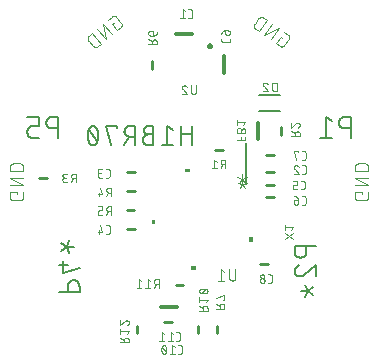
<source format=gbr>
G04 EAGLE Gerber RS-274X export*
G75*
%MOMM*%
%FSLAX34Y34*%
%LPD*%
%INSilkscreen Bottom*%
%IPPOS*%
%AMOC8*
5,1,8,0,0,1.08239X$1,22.5*%
G01*
%ADD10C,0.152400*%
%ADD11C,0.101600*%
%ADD12C,0.076200*%
%ADD13C,0.254000*%
%ADD14C,0.304800*%
%ADD15C,0.150000*%
%ADD16C,0.250000*%

G36*
X517Y159069D02*
X517Y159069D01*
X519Y159068D01*
X562Y159088D01*
X605Y159107D01*
X606Y159109D01*
X608Y159110D01*
X641Y159195D01*
X641Y161735D01*
X640Y161737D01*
X641Y161739D01*
X621Y161782D01*
X602Y161825D01*
X600Y161826D01*
X599Y161828D01*
X515Y161861D01*
X-3296Y161861D01*
X-3298Y161860D01*
X-3300Y161861D01*
X-3343Y161841D01*
X-3386Y161822D01*
X-3387Y161820D01*
X-3389Y161819D01*
X-3422Y161735D01*
X-3422Y159195D01*
X-3421Y159193D01*
X-3422Y159190D01*
X-3402Y159147D01*
X-3383Y159104D01*
X-3381Y159103D01*
X-3380Y159101D01*
X-3296Y159068D01*
X515Y159068D01*
X517Y159069D01*
G37*
G36*
X-29018Y114531D02*
X-29018Y114531D01*
X-29015Y114530D01*
X-28972Y114550D01*
X-28929Y114569D01*
X-28928Y114571D01*
X-28926Y114572D01*
X-28893Y114657D01*
X-28893Y118467D01*
X-28894Y118469D01*
X-28893Y118471D01*
X-28913Y118514D01*
X-28932Y118557D01*
X-28934Y118558D01*
X-28935Y118560D01*
X-29020Y118593D01*
X-31560Y118593D01*
X-31562Y118592D01*
X-31564Y118593D01*
X-31607Y118573D01*
X-31650Y118554D01*
X-31651Y118552D01*
X-31653Y118551D01*
X-31686Y118467D01*
X-31686Y114657D01*
X-31685Y114655D01*
X-31686Y114652D01*
X-31666Y114609D01*
X-31647Y114566D01*
X-31645Y114565D01*
X-31644Y114563D01*
X-31560Y114530D01*
X-29020Y114530D01*
X-29018Y114531D01*
G37*
G36*
X53787Y99528D02*
X53787Y99528D01*
X53789Y99527D01*
X53832Y99547D01*
X53875Y99566D01*
X53876Y99568D01*
X53878Y99569D01*
X53911Y99654D01*
X53911Y103464D01*
X53910Y103466D01*
X53911Y103468D01*
X53891Y103511D01*
X53872Y103554D01*
X53870Y103555D01*
X53869Y103557D01*
X53785Y103590D01*
X51245Y103590D01*
X51243Y103589D01*
X51240Y103590D01*
X51197Y103570D01*
X51154Y103551D01*
X51153Y103549D01*
X51151Y103548D01*
X51118Y103464D01*
X51118Y99654D01*
X51119Y99652D01*
X51118Y99649D01*
X51138Y99606D01*
X51157Y99563D01*
X51159Y99562D01*
X51160Y99560D01*
X51245Y99527D01*
X53785Y99527D01*
X53787Y99528D01*
G37*
G36*
X5518Y76265D02*
X5518Y76265D01*
X5520Y76264D01*
X5563Y76284D01*
X5606Y76303D01*
X5607Y76305D01*
X5609Y76306D01*
X5642Y76391D01*
X5642Y78931D01*
X5641Y78933D01*
X5642Y78935D01*
X5622Y78978D01*
X5603Y79021D01*
X5601Y79022D01*
X5600Y79024D01*
X5516Y79057D01*
X1706Y79057D01*
X1704Y79056D01*
X1701Y79057D01*
X1658Y79037D01*
X1615Y79018D01*
X1614Y79016D01*
X1612Y79015D01*
X1579Y78931D01*
X1579Y76391D01*
X1580Y76389D01*
X1579Y76386D01*
X1599Y76343D01*
X1618Y76300D01*
X1620Y76299D01*
X1621Y76297D01*
X1706Y76264D01*
X5516Y76264D01*
X5518Y76265D01*
G37*
D10*
X2413Y181737D02*
X2413Y197993D01*
X2413Y190768D02*
X-6618Y190768D01*
X-6618Y197993D02*
X-6618Y181737D01*
X-13739Y194381D02*
X-18255Y197993D01*
X-18255Y181737D01*
X-22770Y181737D02*
X-13739Y181737D01*
X-30103Y190768D02*
X-34618Y190768D01*
X-34618Y190769D02*
X-34751Y190767D01*
X-34883Y190761D01*
X-35015Y190751D01*
X-35147Y190738D01*
X-35279Y190720D01*
X-35409Y190699D01*
X-35540Y190674D01*
X-35669Y190645D01*
X-35797Y190612D01*
X-35925Y190576D01*
X-36051Y190536D01*
X-36176Y190492D01*
X-36300Y190444D01*
X-36422Y190393D01*
X-36543Y190338D01*
X-36662Y190280D01*
X-36780Y190218D01*
X-36895Y190153D01*
X-37009Y190084D01*
X-37120Y190013D01*
X-37229Y189937D01*
X-37336Y189859D01*
X-37441Y189778D01*
X-37543Y189693D01*
X-37643Y189606D01*
X-37740Y189516D01*
X-37835Y189423D01*
X-37926Y189327D01*
X-38015Y189229D01*
X-38101Y189128D01*
X-38184Y189024D01*
X-38264Y188918D01*
X-38340Y188810D01*
X-38414Y188700D01*
X-38484Y188587D01*
X-38551Y188473D01*
X-38614Y188356D01*
X-38674Y188238D01*
X-38731Y188118D01*
X-38784Y187996D01*
X-38833Y187873D01*
X-38879Y187749D01*
X-38921Y187623D01*
X-38959Y187496D01*
X-38994Y187368D01*
X-39025Y187239D01*
X-39052Y187110D01*
X-39075Y186979D01*
X-39095Y186848D01*
X-39110Y186716D01*
X-39122Y186584D01*
X-39130Y186452D01*
X-39134Y186319D01*
X-39134Y186187D01*
X-39130Y186054D01*
X-39122Y185922D01*
X-39110Y185790D01*
X-39095Y185658D01*
X-39075Y185527D01*
X-39052Y185396D01*
X-39025Y185267D01*
X-38994Y185138D01*
X-38959Y185010D01*
X-38921Y184883D01*
X-38879Y184757D01*
X-38833Y184633D01*
X-38784Y184510D01*
X-38731Y184388D01*
X-38674Y184268D01*
X-38614Y184150D01*
X-38551Y184033D01*
X-38484Y183919D01*
X-38414Y183806D01*
X-38340Y183696D01*
X-38264Y183588D01*
X-38184Y183482D01*
X-38101Y183378D01*
X-38015Y183277D01*
X-37926Y183179D01*
X-37835Y183083D01*
X-37740Y182990D01*
X-37643Y182900D01*
X-37543Y182813D01*
X-37441Y182728D01*
X-37336Y182647D01*
X-37229Y182569D01*
X-37120Y182493D01*
X-37009Y182422D01*
X-36895Y182353D01*
X-36780Y182288D01*
X-36662Y182226D01*
X-36543Y182168D01*
X-36422Y182113D01*
X-36300Y182062D01*
X-36176Y182014D01*
X-36051Y181970D01*
X-35925Y181930D01*
X-35797Y181894D01*
X-35669Y181861D01*
X-35540Y181832D01*
X-35409Y181807D01*
X-35279Y181786D01*
X-35147Y181768D01*
X-35015Y181755D01*
X-34883Y181745D01*
X-34751Y181739D01*
X-34618Y181737D01*
X-30103Y181737D01*
X-30103Y197993D01*
X-34618Y197993D01*
X-34737Y197991D01*
X-34857Y197985D01*
X-34976Y197975D01*
X-35094Y197961D01*
X-35213Y197944D01*
X-35330Y197922D01*
X-35447Y197897D01*
X-35562Y197867D01*
X-35677Y197834D01*
X-35791Y197797D01*
X-35903Y197757D01*
X-36014Y197712D01*
X-36123Y197664D01*
X-36231Y197613D01*
X-36337Y197558D01*
X-36441Y197499D01*
X-36543Y197437D01*
X-36643Y197372D01*
X-36741Y197303D01*
X-36837Y197231D01*
X-36930Y197156D01*
X-37020Y197079D01*
X-37108Y196998D01*
X-37193Y196914D01*
X-37275Y196827D01*
X-37355Y196738D01*
X-37431Y196646D01*
X-37505Y196552D01*
X-37575Y196455D01*
X-37642Y196357D01*
X-37706Y196256D01*
X-37766Y196152D01*
X-37823Y196047D01*
X-37876Y195940D01*
X-37926Y195832D01*
X-37972Y195722D01*
X-38014Y195610D01*
X-38053Y195497D01*
X-38088Y195383D01*
X-38119Y195268D01*
X-38147Y195151D01*
X-38170Y195034D01*
X-38190Y194917D01*
X-38206Y194798D01*
X-38218Y194679D01*
X-38226Y194560D01*
X-38230Y194441D01*
X-38230Y194321D01*
X-38226Y194202D01*
X-38218Y194083D01*
X-38206Y193964D01*
X-38190Y193845D01*
X-38170Y193728D01*
X-38147Y193611D01*
X-38119Y193494D01*
X-38088Y193379D01*
X-38053Y193265D01*
X-38014Y193152D01*
X-37972Y193040D01*
X-37926Y192930D01*
X-37876Y192822D01*
X-37823Y192715D01*
X-37766Y192610D01*
X-37706Y192506D01*
X-37642Y192405D01*
X-37575Y192307D01*
X-37505Y192210D01*
X-37431Y192116D01*
X-37355Y192024D01*
X-37275Y191935D01*
X-37193Y191848D01*
X-37108Y191764D01*
X-37020Y191683D01*
X-36930Y191606D01*
X-36837Y191531D01*
X-36741Y191459D01*
X-36643Y191390D01*
X-36543Y191325D01*
X-36441Y191263D01*
X-36337Y191204D01*
X-36231Y191149D01*
X-36123Y191098D01*
X-36014Y191050D01*
X-35903Y191005D01*
X-35791Y190965D01*
X-35677Y190928D01*
X-35562Y190895D01*
X-35447Y190865D01*
X-35330Y190840D01*
X-35213Y190818D01*
X-35094Y190801D01*
X-34976Y190787D01*
X-34857Y190777D01*
X-34737Y190771D01*
X-34618Y190769D01*
X-45614Y197993D02*
X-45614Y181737D01*
X-45614Y197993D02*
X-50130Y197993D01*
X-50263Y197991D01*
X-50395Y197985D01*
X-50527Y197975D01*
X-50659Y197962D01*
X-50791Y197944D01*
X-50921Y197923D01*
X-51052Y197898D01*
X-51181Y197869D01*
X-51309Y197836D01*
X-51437Y197800D01*
X-51563Y197760D01*
X-51688Y197716D01*
X-51812Y197668D01*
X-51934Y197617D01*
X-52055Y197562D01*
X-52174Y197504D01*
X-52292Y197442D01*
X-52407Y197377D01*
X-52521Y197308D01*
X-52632Y197237D01*
X-52741Y197161D01*
X-52848Y197083D01*
X-52953Y197002D01*
X-53055Y196917D01*
X-53155Y196830D01*
X-53252Y196740D01*
X-53347Y196647D01*
X-53438Y196551D01*
X-53527Y196453D01*
X-53613Y196352D01*
X-53696Y196248D01*
X-53776Y196142D01*
X-53852Y196034D01*
X-53926Y195924D01*
X-53996Y195811D01*
X-54063Y195697D01*
X-54126Y195580D01*
X-54186Y195462D01*
X-54243Y195342D01*
X-54296Y195220D01*
X-54345Y195097D01*
X-54391Y194973D01*
X-54433Y194847D01*
X-54471Y194720D01*
X-54506Y194592D01*
X-54537Y194463D01*
X-54564Y194334D01*
X-54587Y194203D01*
X-54607Y194072D01*
X-54622Y193940D01*
X-54634Y193808D01*
X-54642Y193676D01*
X-54646Y193543D01*
X-54646Y193411D01*
X-54642Y193278D01*
X-54634Y193146D01*
X-54622Y193014D01*
X-54607Y192882D01*
X-54587Y192751D01*
X-54564Y192620D01*
X-54537Y192491D01*
X-54506Y192362D01*
X-54471Y192234D01*
X-54433Y192107D01*
X-54391Y191981D01*
X-54345Y191857D01*
X-54296Y191734D01*
X-54243Y191612D01*
X-54186Y191492D01*
X-54126Y191374D01*
X-54063Y191257D01*
X-53996Y191143D01*
X-53926Y191030D01*
X-53852Y190920D01*
X-53776Y190812D01*
X-53696Y190706D01*
X-53613Y190602D01*
X-53527Y190501D01*
X-53438Y190403D01*
X-53347Y190307D01*
X-53252Y190214D01*
X-53155Y190124D01*
X-53055Y190037D01*
X-52953Y189952D01*
X-52848Y189871D01*
X-52741Y189793D01*
X-52632Y189717D01*
X-52521Y189646D01*
X-52407Y189577D01*
X-52292Y189512D01*
X-52174Y189450D01*
X-52055Y189392D01*
X-51934Y189337D01*
X-51812Y189286D01*
X-51688Y189238D01*
X-51563Y189194D01*
X-51437Y189154D01*
X-51309Y189118D01*
X-51181Y189085D01*
X-51052Y189056D01*
X-50921Y189031D01*
X-50791Y189010D01*
X-50659Y188992D01*
X-50527Y188979D01*
X-50395Y188969D01*
X-50263Y188963D01*
X-50130Y188961D01*
X-50130Y188962D02*
X-45614Y188962D01*
X-51033Y188962D02*
X-54645Y181737D01*
X-61154Y196187D02*
X-61154Y197993D01*
X-70185Y197993D01*
X-65670Y181737D01*
X-76785Y189865D02*
X-76789Y190185D01*
X-76800Y190504D01*
X-76819Y190824D01*
X-76846Y191142D01*
X-76880Y191460D01*
X-76922Y191777D01*
X-76972Y192093D01*
X-77029Y192408D01*
X-77093Y192721D01*
X-77165Y193033D01*
X-77244Y193343D01*
X-77331Y193650D01*
X-77425Y193956D01*
X-77526Y194259D01*
X-77635Y194560D01*
X-77750Y194858D01*
X-77873Y195154D01*
X-78003Y195446D01*
X-78140Y195735D01*
X-78140Y195736D02*
X-78179Y195844D01*
X-78222Y195951D01*
X-78268Y196056D01*
X-78319Y196160D01*
X-78372Y196262D01*
X-78429Y196362D01*
X-78490Y196460D01*
X-78554Y196555D01*
X-78621Y196649D01*
X-78692Y196740D01*
X-78765Y196829D01*
X-78842Y196915D01*
X-78921Y196998D01*
X-79003Y197079D01*
X-79088Y197157D01*
X-79176Y197231D01*
X-79266Y197303D01*
X-79358Y197371D01*
X-79453Y197437D01*
X-79550Y197499D01*
X-79649Y197557D01*
X-79751Y197613D01*
X-79853Y197664D01*
X-79958Y197712D01*
X-80064Y197757D01*
X-80172Y197798D01*
X-80281Y197835D01*
X-80391Y197868D01*
X-80503Y197897D01*
X-80615Y197923D01*
X-80728Y197945D01*
X-80842Y197962D01*
X-80956Y197976D01*
X-81071Y197986D01*
X-81186Y197992D01*
X-81301Y197994D01*
X-81301Y197993D02*
X-81416Y197991D01*
X-81531Y197985D01*
X-81646Y197975D01*
X-81760Y197961D01*
X-81874Y197944D01*
X-81987Y197922D01*
X-82099Y197896D01*
X-82211Y197867D01*
X-82321Y197834D01*
X-82430Y197797D01*
X-82538Y197756D01*
X-82644Y197711D01*
X-82749Y197663D01*
X-82851Y197612D01*
X-82952Y197556D01*
X-83052Y197498D01*
X-83149Y197436D01*
X-83243Y197371D01*
X-83336Y197302D01*
X-83426Y197230D01*
X-83514Y197156D01*
X-83599Y197078D01*
X-83681Y196997D01*
X-83760Y196914D01*
X-83837Y196828D01*
X-83910Y196739D01*
X-83981Y196648D01*
X-84048Y196554D01*
X-84112Y196459D01*
X-84173Y196361D01*
X-84230Y196261D01*
X-84283Y196159D01*
X-84334Y196055D01*
X-84380Y195950D01*
X-84423Y195843D01*
X-84462Y195735D01*
X-84461Y195735D02*
X-84598Y195446D01*
X-84728Y195154D01*
X-84851Y194858D01*
X-84966Y194560D01*
X-85075Y194259D01*
X-85176Y193956D01*
X-85270Y193650D01*
X-85357Y193343D01*
X-85436Y193033D01*
X-85508Y192721D01*
X-85572Y192408D01*
X-85629Y192093D01*
X-85679Y191777D01*
X-85721Y191460D01*
X-85755Y191142D01*
X-85782Y190824D01*
X-85801Y190504D01*
X-85812Y190185D01*
X-85816Y189865D01*
X-76786Y189865D02*
X-76790Y189545D01*
X-76801Y189226D01*
X-76820Y188906D01*
X-76847Y188588D01*
X-76881Y188270D01*
X-76923Y187953D01*
X-76973Y187637D01*
X-77030Y187322D01*
X-77094Y187009D01*
X-77166Y186697D01*
X-77245Y186387D01*
X-77332Y186080D01*
X-77426Y185774D01*
X-77527Y185471D01*
X-77636Y185170D01*
X-77751Y184872D01*
X-77874Y184576D01*
X-78004Y184284D01*
X-78141Y183995D01*
X-78140Y183995D02*
X-78179Y183887D01*
X-78222Y183780D01*
X-78268Y183675D01*
X-78319Y183571D01*
X-78372Y183469D01*
X-78429Y183369D01*
X-78490Y183271D01*
X-78554Y183176D01*
X-78621Y183082D01*
X-78692Y182991D01*
X-78765Y182902D01*
X-78842Y182816D01*
X-78921Y182733D01*
X-79003Y182652D01*
X-79088Y182574D01*
X-79176Y182500D01*
X-79266Y182428D01*
X-79359Y182359D01*
X-79453Y182294D01*
X-79550Y182232D01*
X-79650Y182174D01*
X-79751Y182118D01*
X-79853Y182067D01*
X-79958Y182019D01*
X-80064Y181974D01*
X-80172Y181933D01*
X-80281Y181896D01*
X-80391Y181863D01*
X-80503Y181834D01*
X-80615Y181808D01*
X-80728Y181786D01*
X-80842Y181769D01*
X-80956Y181755D01*
X-81071Y181745D01*
X-81186Y181739D01*
X-81301Y181737D01*
X-84461Y183995D02*
X-84598Y184284D01*
X-84728Y184576D01*
X-84851Y184872D01*
X-84966Y185170D01*
X-85075Y185471D01*
X-85176Y185774D01*
X-85270Y186080D01*
X-85357Y186387D01*
X-85436Y186697D01*
X-85508Y187009D01*
X-85572Y187322D01*
X-85629Y187637D01*
X-85679Y187953D01*
X-85721Y188270D01*
X-85755Y188588D01*
X-85782Y188906D01*
X-85801Y189226D01*
X-85812Y189545D01*
X-85816Y189865D01*
X-84462Y183995D02*
X-84423Y183887D01*
X-84380Y183780D01*
X-84334Y183675D01*
X-84283Y183571D01*
X-84230Y183469D01*
X-84173Y183369D01*
X-84112Y183271D01*
X-84048Y183176D01*
X-83981Y183082D01*
X-83910Y182991D01*
X-83837Y182902D01*
X-83760Y182816D01*
X-83681Y182733D01*
X-83599Y182652D01*
X-83514Y182574D01*
X-83426Y182500D01*
X-83336Y182428D01*
X-83243Y182359D01*
X-83149Y182294D01*
X-83052Y182232D01*
X-82952Y182174D01*
X-82851Y182118D01*
X-82748Y182067D01*
X-82644Y182019D01*
X-82538Y181974D01*
X-82430Y181933D01*
X-82321Y181896D01*
X-82211Y181863D01*
X-82099Y181834D01*
X-81987Y181808D01*
X-81874Y181786D01*
X-81760Y181769D01*
X-81646Y181755D01*
X-81531Y181745D01*
X-81416Y181739D01*
X-81301Y181737D01*
X-77688Y185349D02*
X-84913Y194381D01*
D11*
X77551Y273213D02*
X79146Y272096D01*
X77551Y273213D02*
X73828Y267896D01*
X77018Y265662D01*
X77101Y265607D01*
X77185Y265555D01*
X77272Y265506D01*
X77360Y265460D01*
X77450Y265418D01*
X77542Y265379D01*
X77635Y265344D01*
X77729Y265312D01*
X77824Y265284D01*
X77921Y265260D01*
X78018Y265239D01*
X78116Y265223D01*
X78215Y265209D01*
X78314Y265200D01*
X78413Y265195D01*
X78513Y265193D01*
X78612Y265195D01*
X78711Y265201D01*
X78810Y265211D01*
X78909Y265224D01*
X79007Y265242D01*
X79104Y265263D01*
X79200Y265287D01*
X79296Y265316D01*
X79390Y265348D01*
X79483Y265383D01*
X79574Y265422D01*
X79664Y265465D01*
X79752Y265511D01*
X79838Y265560D01*
X79923Y265613D01*
X80005Y265669D01*
X80085Y265728D01*
X80163Y265790D01*
X80238Y265855D01*
X80311Y265922D01*
X80381Y265993D01*
X80449Y266066D01*
X80513Y266142D01*
X80575Y266220D01*
X80634Y266300D01*
X80634Y266299D02*
X84357Y271616D01*
X84357Y271617D02*
X84412Y271700D01*
X84464Y271784D01*
X84513Y271871D01*
X84559Y271959D01*
X84601Y272049D01*
X84640Y272141D01*
X84675Y272234D01*
X84707Y272328D01*
X84735Y272423D01*
X84759Y272520D01*
X84780Y272617D01*
X84796Y272715D01*
X84810Y272814D01*
X84819Y272913D01*
X84824Y273012D01*
X84826Y273112D01*
X84824Y273211D01*
X84818Y273310D01*
X84808Y273409D01*
X84795Y273508D01*
X84777Y273606D01*
X84756Y273703D01*
X84732Y273799D01*
X84703Y273895D01*
X84671Y273989D01*
X84636Y274082D01*
X84597Y274173D01*
X84554Y274263D01*
X84508Y274351D01*
X84459Y274437D01*
X84406Y274522D01*
X84350Y274604D01*
X84291Y274684D01*
X84229Y274762D01*
X84164Y274837D01*
X84097Y274910D01*
X84026Y274980D01*
X83953Y275048D01*
X83877Y275112D01*
X83799Y275174D01*
X83719Y275233D01*
X83720Y275233D02*
X80529Y277467D01*
X75860Y280736D02*
X69158Y271165D01*
X63841Y274889D02*
X75860Y280736D01*
X70542Y284460D02*
X63841Y274889D01*
X59171Y278158D02*
X65872Y287729D01*
X63214Y289591D01*
X63120Y289654D01*
X63024Y289714D01*
X62926Y289771D01*
X62826Y289824D01*
X62724Y289874D01*
X62620Y289920D01*
X62515Y289962D01*
X62409Y290001D01*
X62301Y290036D01*
X62192Y290067D01*
X62082Y290095D01*
X61971Y290118D01*
X61860Y290138D01*
X61748Y290154D01*
X61635Y290166D01*
X61522Y290174D01*
X61409Y290178D01*
X61295Y290178D01*
X61182Y290174D01*
X61069Y290166D01*
X60956Y290154D01*
X60844Y290138D01*
X60733Y290118D01*
X60622Y290095D01*
X60512Y290067D01*
X60403Y290036D01*
X60295Y290001D01*
X60189Y289962D01*
X60084Y289920D01*
X59980Y289874D01*
X59878Y289824D01*
X59778Y289771D01*
X59680Y289714D01*
X59584Y289654D01*
X59490Y289591D01*
X59399Y289524D01*
X59309Y289455D01*
X59222Y289382D01*
X59138Y289306D01*
X59057Y289227D01*
X58978Y289146D01*
X58902Y289062D01*
X58829Y288975D01*
X58760Y288886D01*
X58693Y288794D01*
X58694Y288794D02*
X55715Y284540D01*
X55715Y284541D02*
X55652Y284447D01*
X55592Y284351D01*
X55535Y284253D01*
X55482Y284153D01*
X55432Y284051D01*
X55386Y283947D01*
X55344Y283842D01*
X55305Y283736D01*
X55270Y283628D01*
X55239Y283519D01*
X55211Y283409D01*
X55188Y283298D01*
X55168Y283187D01*
X55152Y283075D01*
X55140Y282962D01*
X55132Y282849D01*
X55128Y282736D01*
X55128Y282622D01*
X55132Y282509D01*
X55140Y282396D01*
X55152Y282283D01*
X55168Y282171D01*
X55188Y282060D01*
X55211Y281949D01*
X55239Y281839D01*
X55270Y281730D01*
X55305Y281622D01*
X55344Y281516D01*
X55386Y281411D01*
X55432Y281307D01*
X55482Y281205D01*
X55535Y281105D01*
X55592Y281007D01*
X55652Y280911D01*
X55715Y280817D01*
X55782Y280725D01*
X55851Y280636D01*
X55924Y280549D01*
X56000Y280465D01*
X56079Y280384D01*
X56160Y280305D01*
X56244Y280229D01*
X56331Y280156D01*
X56421Y280087D01*
X56512Y280020D01*
X59171Y278158D01*
X-145401Y141866D02*
X-145401Y139919D01*
X-145401Y141866D02*
X-151892Y141866D01*
X-151892Y137971D01*
X-151890Y137872D01*
X-151884Y137772D01*
X-151875Y137673D01*
X-151862Y137575D01*
X-151845Y137477D01*
X-151824Y137379D01*
X-151799Y137283D01*
X-151771Y137188D01*
X-151739Y137094D01*
X-151704Y137001D01*
X-151665Y136909D01*
X-151622Y136819D01*
X-151577Y136731D01*
X-151527Y136644D01*
X-151475Y136560D01*
X-151419Y136477D01*
X-151361Y136397D01*
X-151299Y136319D01*
X-151234Y136244D01*
X-151166Y136171D01*
X-151096Y136101D01*
X-151023Y136033D01*
X-150948Y135968D01*
X-150870Y135906D01*
X-150790Y135848D01*
X-150707Y135792D01*
X-150623Y135740D01*
X-150536Y135690D01*
X-150448Y135645D01*
X-150358Y135602D01*
X-150266Y135563D01*
X-150173Y135528D01*
X-150079Y135496D01*
X-149984Y135468D01*
X-149888Y135443D01*
X-149790Y135422D01*
X-149692Y135405D01*
X-149594Y135392D01*
X-149495Y135383D01*
X-149395Y135377D01*
X-149296Y135375D01*
X-142804Y135375D01*
X-142705Y135377D01*
X-142605Y135383D01*
X-142506Y135392D01*
X-142408Y135405D01*
X-142310Y135423D01*
X-142212Y135443D01*
X-142116Y135468D01*
X-142020Y135496D01*
X-141926Y135528D01*
X-141833Y135563D01*
X-141742Y135602D01*
X-141652Y135645D01*
X-141563Y135690D01*
X-141477Y135740D01*
X-141392Y135792D01*
X-141310Y135848D01*
X-141230Y135907D01*
X-141152Y135968D01*
X-141076Y136033D01*
X-141003Y136101D01*
X-140933Y136171D01*
X-140865Y136244D01*
X-140800Y136320D01*
X-140739Y136398D01*
X-140680Y136478D01*
X-140624Y136560D01*
X-140572Y136645D01*
X-140523Y136731D01*
X-140477Y136820D01*
X-140434Y136910D01*
X-140395Y137001D01*
X-140360Y137094D01*
X-140328Y137188D01*
X-140300Y137284D01*
X-140275Y137380D01*
X-140255Y137478D01*
X-140237Y137576D01*
X-140224Y137674D01*
X-140215Y137773D01*
X-140209Y137872D01*
X-140207Y137972D01*
X-140208Y137971D02*
X-140208Y141866D01*
X-140208Y147567D02*
X-151892Y147567D01*
X-151892Y154058D02*
X-140208Y147567D01*
X-140208Y154058D02*
X-151892Y154058D01*
X-151892Y159759D02*
X-140208Y159759D01*
X-140208Y163004D01*
X-140210Y163117D01*
X-140216Y163230D01*
X-140226Y163343D01*
X-140240Y163456D01*
X-140257Y163568D01*
X-140279Y163679D01*
X-140304Y163789D01*
X-140334Y163899D01*
X-140367Y164007D01*
X-140404Y164114D01*
X-140444Y164220D01*
X-140489Y164324D01*
X-140537Y164427D01*
X-140588Y164528D01*
X-140643Y164627D01*
X-140701Y164724D01*
X-140763Y164819D01*
X-140828Y164912D01*
X-140896Y165002D01*
X-140967Y165090D01*
X-141042Y165176D01*
X-141119Y165259D01*
X-141199Y165339D01*
X-141282Y165416D01*
X-141368Y165491D01*
X-141456Y165562D01*
X-141546Y165630D01*
X-141639Y165695D01*
X-141734Y165757D01*
X-141831Y165815D01*
X-141930Y165870D01*
X-142031Y165921D01*
X-142134Y165969D01*
X-142238Y166014D01*
X-142344Y166054D01*
X-142451Y166091D01*
X-142559Y166124D01*
X-142669Y166154D01*
X-142779Y166179D01*
X-142890Y166201D01*
X-143002Y166218D01*
X-143115Y166232D01*
X-143228Y166242D01*
X-143341Y166248D01*
X-143454Y166250D01*
X-148646Y166250D01*
X-148646Y166251D02*
X-148759Y166249D01*
X-148872Y166243D01*
X-148985Y166233D01*
X-149098Y166219D01*
X-149210Y166202D01*
X-149321Y166180D01*
X-149431Y166155D01*
X-149541Y166125D01*
X-149649Y166092D01*
X-149756Y166055D01*
X-149862Y166015D01*
X-149966Y165970D01*
X-150069Y165922D01*
X-150170Y165871D01*
X-150269Y165816D01*
X-150366Y165758D01*
X-150461Y165696D01*
X-150554Y165631D01*
X-150644Y165563D01*
X-150732Y165492D01*
X-150818Y165417D01*
X-150901Y165340D01*
X-150981Y165260D01*
X-151058Y165177D01*
X-151133Y165091D01*
X-151204Y165003D01*
X-151272Y164913D01*
X-151337Y164820D01*
X-151399Y164725D01*
X-151457Y164628D01*
X-151512Y164529D01*
X-151563Y164428D01*
X-151611Y164325D01*
X-151656Y164221D01*
X-151696Y164115D01*
X-151733Y164008D01*
X-151766Y163900D01*
X-151796Y163790D01*
X-151821Y163680D01*
X-151843Y163569D01*
X-151860Y163457D01*
X-151874Y163344D01*
X-151884Y163231D01*
X-151890Y163118D01*
X-151892Y163005D01*
X-151892Y163004D02*
X-151892Y159759D01*
X146699Y141866D02*
X146699Y139919D01*
X146699Y141866D02*
X140208Y141866D01*
X140208Y137971D01*
X140210Y137872D01*
X140216Y137772D01*
X140225Y137673D01*
X140238Y137575D01*
X140255Y137477D01*
X140276Y137379D01*
X140301Y137283D01*
X140329Y137188D01*
X140361Y137094D01*
X140396Y137001D01*
X140435Y136909D01*
X140478Y136819D01*
X140523Y136731D01*
X140573Y136644D01*
X140625Y136560D01*
X140681Y136477D01*
X140739Y136397D01*
X140801Y136319D01*
X140866Y136244D01*
X140934Y136171D01*
X141004Y136101D01*
X141077Y136033D01*
X141152Y135968D01*
X141230Y135906D01*
X141310Y135848D01*
X141393Y135792D01*
X141477Y135740D01*
X141564Y135690D01*
X141652Y135645D01*
X141742Y135602D01*
X141834Y135563D01*
X141927Y135528D01*
X142021Y135496D01*
X142116Y135468D01*
X142212Y135443D01*
X142310Y135422D01*
X142408Y135405D01*
X142506Y135392D01*
X142605Y135383D01*
X142705Y135377D01*
X142804Y135375D01*
X149296Y135375D01*
X149395Y135377D01*
X149495Y135383D01*
X149594Y135392D01*
X149692Y135405D01*
X149790Y135422D01*
X149888Y135443D01*
X149984Y135468D01*
X150079Y135496D01*
X150173Y135528D01*
X150266Y135563D01*
X150358Y135602D01*
X150448Y135645D01*
X150536Y135690D01*
X150623Y135740D01*
X150707Y135792D01*
X150790Y135848D01*
X150870Y135906D01*
X150948Y135968D01*
X151023Y136033D01*
X151096Y136101D01*
X151166Y136171D01*
X151234Y136244D01*
X151299Y136319D01*
X151361Y136397D01*
X151419Y136477D01*
X151475Y136560D01*
X151527Y136644D01*
X151577Y136731D01*
X151622Y136819D01*
X151665Y136909D01*
X151704Y137001D01*
X151739Y137093D01*
X151771Y137188D01*
X151799Y137283D01*
X151824Y137379D01*
X151845Y137477D01*
X151862Y137575D01*
X151875Y137673D01*
X151884Y137772D01*
X151890Y137872D01*
X151892Y137971D01*
X151892Y141866D01*
X151892Y147567D02*
X140208Y147567D01*
X140208Y154058D02*
X151892Y147567D01*
X151892Y154058D02*
X140208Y154058D01*
X140208Y159759D02*
X151892Y159759D01*
X151892Y163004D01*
X151890Y163117D01*
X151884Y163230D01*
X151874Y163343D01*
X151860Y163456D01*
X151843Y163568D01*
X151821Y163679D01*
X151796Y163789D01*
X151766Y163899D01*
X151733Y164007D01*
X151696Y164114D01*
X151656Y164220D01*
X151611Y164324D01*
X151563Y164427D01*
X151512Y164528D01*
X151457Y164627D01*
X151399Y164724D01*
X151337Y164819D01*
X151272Y164912D01*
X151204Y165002D01*
X151133Y165090D01*
X151058Y165176D01*
X150981Y165259D01*
X150901Y165339D01*
X150818Y165416D01*
X150732Y165491D01*
X150644Y165562D01*
X150554Y165630D01*
X150461Y165695D01*
X150366Y165757D01*
X150269Y165815D01*
X150170Y165870D01*
X150069Y165921D01*
X149966Y165969D01*
X149862Y166014D01*
X149756Y166054D01*
X149649Y166091D01*
X149541Y166124D01*
X149431Y166154D01*
X149321Y166179D01*
X149210Y166201D01*
X149098Y166218D01*
X148985Y166232D01*
X148872Y166242D01*
X148759Y166248D01*
X148646Y166250D01*
X143454Y166250D01*
X143341Y166248D01*
X143228Y166242D01*
X143115Y166232D01*
X143002Y166218D01*
X142890Y166201D01*
X142779Y166179D01*
X142669Y166154D01*
X142559Y166124D01*
X142451Y166091D01*
X142344Y166054D01*
X142238Y166014D01*
X142134Y165969D01*
X142031Y165921D01*
X141930Y165870D01*
X141831Y165815D01*
X141734Y165757D01*
X141639Y165695D01*
X141546Y165630D01*
X141456Y165562D01*
X141368Y165491D01*
X141282Y165416D01*
X141199Y165339D01*
X141119Y165259D01*
X141042Y165176D01*
X140967Y165090D01*
X140896Y165002D01*
X140828Y164912D01*
X140763Y164819D01*
X140701Y164724D01*
X140643Y164627D01*
X140588Y164528D01*
X140537Y164427D01*
X140489Y164324D01*
X140444Y164220D01*
X140404Y164114D01*
X140367Y164007D01*
X140334Y163899D01*
X140304Y163789D01*
X140279Y163679D01*
X140257Y163568D01*
X140240Y163456D01*
X140226Y163343D01*
X140216Y163230D01*
X140210Y163117D01*
X140208Y163004D01*
X140208Y159759D01*
D10*
X107315Y96450D02*
X89535Y96450D01*
X89535Y91511D01*
X89537Y91371D01*
X89543Y91232D01*
X89553Y91092D01*
X89567Y90953D01*
X89584Y90814D01*
X89606Y90676D01*
X89632Y90539D01*
X89661Y90402D01*
X89694Y90266D01*
X89731Y90132D01*
X89772Y89998D01*
X89817Y89866D01*
X89866Y89734D01*
X89918Y89605D01*
X89973Y89477D01*
X90033Y89350D01*
X90096Y89225D01*
X90162Y89102D01*
X90232Y88981D01*
X90305Y88862D01*
X90382Y88745D01*
X90462Y88631D01*
X90545Y88518D01*
X90631Y88408D01*
X90721Y88301D01*
X90813Y88196D01*
X90908Y88094D01*
X91006Y87994D01*
X91107Y87897D01*
X91211Y87803D01*
X91317Y87713D01*
X91426Y87625D01*
X91537Y87540D01*
X91651Y87459D01*
X91766Y87380D01*
X91884Y87305D01*
X92005Y87234D01*
X92127Y87166D01*
X92250Y87101D01*
X92376Y87040D01*
X92504Y86982D01*
X92632Y86928D01*
X92763Y86878D01*
X92895Y86831D01*
X93028Y86788D01*
X93162Y86749D01*
X93297Y86714D01*
X93433Y86683D01*
X93571Y86655D01*
X93708Y86632D01*
X93847Y86612D01*
X93986Y86596D01*
X94125Y86584D01*
X94264Y86576D01*
X94404Y86572D01*
X94544Y86572D01*
X94684Y86576D01*
X94823Y86584D01*
X94962Y86596D01*
X95101Y86612D01*
X95240Y86632D01*
X95377Y86655D01*
X95515Y86683D01*
X95651Y86714D01*
X95786Y86749D01*
X95920Y86788D01*
X96053Y86831D01*
X96185Y86878D01*
X96316Y86928D01*
X96444Y86982D01*
X96572Y87040D01*
X96698Y87101D01*
X96821Y87166D01*
X96944Y87234D01*
X97064Y87305D01*
X97182Y87380D01*
X97297Y87459D01*
X97411Y87540D01*
X97522Y87625D01*
X97631Y87713D01*
X97737Y87803D01*
X97841Y87897D01*
X97942Y87994D01*
X98040Y88094D01*
X98135Y88196D01*
X98227Y88301D01*
X98317Y88408D01*
X98403Y88518D01*
X98486Y88631D01*
X98566Y88745D01*
X98643Y88862D01*
X98716Y88981D01*
X98786Y89102D01*
X98852Y89225D01*
X98915Y89350D01*
X98975Y89477D01*
X99030Y89605D01*
X99082Y89734D01*
X99131Y89866D01*
X99176Y89998D01*
X99217Y90132D01*
X99254Y90266D01*
X99287Y90402D01*
X99316Y90539D01*
X99342Y90676D01*
X99364Y90814D01*
X99381Y90953D01*
X99395Y91092D01*
X99405Y91232D01*
X99411Y91371D01*
X99413Y91511D01*
X99413Y96450D01*
X89535Y75022D02*
X89537Y74890D01*
X89543Y74759D01*
X89553Y74627D01*
X89566Y74496D01*
X89584Y74366D01*
X89605Y74236D01*
X89630Y74106D01*
X89659Y73978D01*
X89692Y73850D01*
X89729Y73724D01*
X89769Y73598D01*
X89813Y73474D01*
X89861Y73351D01*
X89912Y73230D01*
X89967Y73110D01*
X90025Y72992D01*
X90087Y72876D01*
X90153Y72762D01*
X90221Y72649D01*
X90293Y72539D01*
X90368Y72431D01*
X90447Y72325D01*
X90528Y72221D01*
X90613Y72120D01*
X90700Y72022D01*
X90791Y71926D01*
X90884Y71833D01*
X90980Y71742D01*
X91078Y71655D01*
X91179Y71570D01*
X91283Y71489D01*
X91389Y71410D01*
X91497Y71335D01*
X91607Y71263D01*
X91720Y71195D01*
X91834Y71129D01*
X91950Y71067D01*
X92068Y71009D01*
X92188Y70954D01*
X92309Y70903D01*
X92432Y70855D01*
X92556Y70811D01*
X92682Y70771D01*
X92808Y70734D01*
X92936Y70701D01*
X93064Y70672D01*
X93194Y70647D01*
X93324Y70626D01*
X93454Y70608D01*
X93585Y70595D01*
X93717Y70585D01*
X93848Y70579D01*
X93980Y70577D01*
X89535Y75022D02*
X89537Y75172D01*
X89543Y75321D01*
X89553Y75470D01*
X89566Y75619D01*
X89584Y75768D01*
X89605Y75916D01*
X89631Y76064D01*
X89660Y76210D01*
X89693Y76356D01*
X89730Y76501D01*
X89771Y76645D01*
X89815Y76788D01*
X89863Y76930D01*
X89915Y77070D01*
X89970Y77209D01*
X90029Y77347D01*
X90092Y77482D01*
X90158Y77617D01*
X90228Y77749D01*
X90301Y77879D01*
X90378Y78008D01*
X90458Y78135D01*
X90541Y78259D01*
X90627Y78381D01*
X90717Y78501D01*
X90810Y78618D01*
X90905Y78733D01*
X91004Y78846D01*
X91106Y78956D01*
X91210Y79063D01*
X91317Y79167D01*
X91427Y79269D01*
X91540Y79367D01*
X91655Y79463D01*
X91773Y79555D01*
X91893Y79645D01*
X92015Y79731D01*
X92139Y79814D01*
X92266Y79894D01*
X92394Y79970D01*
X92525Y80043D01*
X92658Y80113D01*
X92792Y80179D01*
X92928Y80241D01*
X93065Y80300D01*
X93204Y80356D01*
X93345Y80407D01*
X93486Y80455D01*
X97437Y72060D02*
X97344Y71964D01*
X97248Y71872D01*
X97149Y71782D01*
X97048Y71695D01*
X96945Y71611D01*
X96840Y71529D01*
X96732Y71451D01*
X96622Y71376D01*
X96510Y71303D01*
X96396Y71234D01*
X96280Y71168D01*
X96162Y71106D01*
X96043Y71047D01*
X95922Y70991D01*
X95799Y70938D01*
X95675Y70889D01*
X95550Y70844D01*
X95423Y70801D01*
X95296Y70763D01*
X95167Y70728D01*
X95038Y70697D01*
X94907Y70669D01*
X94776Y70645D01*
X94644Y70624D01*
X94512Y70608D01*
X94379Y70595D01*
X94246Y70585D01*
X94113Y70580D01*
X93980Y70578D01*
X97437Y72059D02*
X107315Y80455D01*
X107315Y70577D01*
X100401Y58208D02*
X94474Y58208D01*
X100401Y58208D02*
X104846Y54750D01*
X100401Y58208D02*
X104846Y61665D01*
X100401Y58208D02*
X98425Y52775D01*
X100401Y58208D02*
X98425Y63640D01*
X-92710Y57537D02*
X-110490Y57537D01*
X-92710Y57537D02*
X-92710Y62476D01*
X-92712Y62616D01*
X-92718Y62755D01*
X-92728Y62895D01*
X-92742Y63034D01*
X-92759Y63173D01*
X-92781Y63311D01*
X-92807Y63448D01*
X-92836Y63585D01*
X-92869Y63721D01*
X-92906Y63855D01*
X-92947Y63989D01*
X-92992Y64121D01*
X-93041Y64253D01*
X-93093Y64382D01*
X-93148Y64510D01*
X-93208Y64637D01*
X-93271Y64762D01*
X-93337Y64885D01*
X-93407Y65006D01*
X-93480Y65125D01*
X-93557Y65242D01*
X-93637Y65356D01*
X-93720Y65469D01*
X-93806Y65579D01*
X-93896Y65686D01*
X-93988Y65791D01*
X-94083Y65893D01*
X-94181Y65993D01*
X-94282Y66090D01*
X-94386Y66184D01*
X-94492Y66274D01*
X-94601Y66362D01*
X-94712Y66447D01*
X-94826Y66528D01*
X-94941Y66607D01*
X-95059Y66682D01*
X-95180Y66753D01*
X-95302Y66821D01*
X-95425Y66886D01*
X-95551Y66947D01*
X-95679Y67005D01*
X-95807Y67059D01*
X-95938Y67109D01*
X-96070Y67156D01*
X-96203Y67199D01*
X-96337Y67238D01*
X-96472Y67273D01*
X-96608Y67304D01*
X-96746Y67332D01*
X-96883Y67355D01*
X-97022Y67375D01*
X-97161Y67391D01*
X-97300Y67403D01*
X-97439Y67411D01*
X-97579Y67415D01*
X-97719Y67415D01*
X-97859Y67411D01*
X-97998Y67403D01*
X-98137Y67391D01*
X-98276Y67375D01*
X-98415Y67355D01*
X-98552Y67332D01*
X-98690Y67304D01*
X-98826Y67273D01*
X-98961Y67238D01*
X-99095Y67199D01*
X-99228Y67156D01*
X-99360Y67109D01*
X-99491Y67059D01*
X-99619Y67005D01*
X-99747Y66947D01*
X-99873Y66886D01*
X-99996Y66821D01*
X-100119Y66753D01*
X-100239Y66682D01*
X-100357Y66607D01*
X-100472Y66528D01*
X-100586Y66447D01*
X-100697Y66362D01*
X-100806Y66274D01*
X-100912Y66184D01*
X-101016Y66090D01*
X-101117Y65993D01*
X-101215Y65893D01*
X-101310Y65791D01*
X-101402Y65686D01*
X-101492Y65579D01*
X-101578Y65469D01*
X-101661Y65356D01*
X-101741Y65242D01*
X-101818Y65125D01*
X-101891Y65006D01*
X-101961Y64885D01*
X-102027Y64762D01*
X-102090Y64637D01*
X-102150Y64510D01*
X-102205Y64382D01*
X-102257Y64253D01*
X-102306Y64121D01*
X-102351Y63989D01*
X-102392Y63855D01*
X-102429Y63721D01*
X-102462Y63585D01*
X-102491Y63448D01*
X-102517Y63311D01*
X-102539Y63173D01*
X-102556Y63034D01*
X-102570Y62895D01*
X-102580Y62755D01*
X-102586Y62616D01*
X-102588Y62476D01*
X-102588Y57537D01*
X-106539Y73532D02*
X-92710Y77483D01*
X-106539Y73532D02*
X-106539Y83410D01*
X-102588Y80447D02*
X-110490Y80447D01*
X-103576Y95780D02*
X-97649Y95780D01*
X-103576Y95780D02*
X-108021Y99237D01*
X-103576Y95780D02*
X-108021Y92323D01*
X-103576Y95780D02*
X-101600Y101213D01*
X-103576Y95780D02*
X-101600Y90347D01*
X-110889Y187960D02*
X-110889Y205740D01*
X-115828Y205740D01*
X-115968Y205738D01*
X-116107Y205732D01*
X-116247Y205722D01*
X-116386Y205708D01*
X-116525Y205691D01*
X-116663Y205669D01*
X-116800Y205643D01*
X-116937Y205614D01*
X-117073Y205581D01*
X-117207Y205544D01*
X-117341Y205503D01*
X-117473Y205458D01*
X-117605Y205409D01*
X-117734Y205357D01*
X-117862Y205302D01*
X-117989Y205242D01*
X-118114Y205179D01*
X-118237Y205113D01*
X-118358Y205043D01*
X-118477Y204970D01*
X-118594Y204893D01*
X-118708Y204813D01*
X-118821Y204730D01*
X-118931Y204644D01*
X-119038Y204554D01*
X-119143Y204462D01*
X-119245Y204367D01*
X-119345Y204269D01*
X-119442Y204168D01*
X-119536Y204064D01*
X-119626Y203958D01*
X-119714Y203849D01*
X-119799Y203738D01*
X-119880Y203624D01*
X-119959Y203509D01*
X-120034Y203391D01*
X-120105Y203271D01*
X-120173Y203148D01*
X-120238Y203025D01*
X-120299Y202899D01*
X-120357Y202771D01*
X-120411Y202643D01*
X-120461Y202512D01*
X-120508Y202380D01*
X-120551Y202247D01*
X-120590Y202113D01*
X-120625Y201978D01*
X-120656Y201842D01*
X-120684Y201704D01*
X-120707Y201567D01*
X-120727Y201428D01*
X-120743Y201289D01*
X-120755Y201150D01*
X-120763Y201011D01*
X-120767Y200871D01*
X-120767Y200731D01*
X-120763Y200591D01*
X-120755Y200452D01*
X-120743Y200313D01*
X-120727Y200174D01*
X-120707Y200035D01*
X-120684Y199898D01*
X-120656Y199760D01*
X-120625Y199624D01*
X-120590Y199489D01*
X-120551Y199355D01*
X-120508Y199222D01*
X-120461Y199090D01*
X-120411Y198959D01*
X-120357Y198831D01*
X-120299Y198703D01*
X-120238Y198577D01*
X-120173Y198454D01*
X-120105Y198331D01*
X-120034Y198211D01*
X-119959Y198093D01*
X-119880Y197978D01*
X-119799Y197864D01*
X-119714Y197753D01*
X-119626Y197644D01*
X-119536Y197538D01*
X-119442Y197434D01*
X-119345Y197333D01*
X-119245Y197235D01*
X-119143Y197140D01*
X-119038Y197048D01*
X-118931Y196958D01*
X-118821Y196872D01*
X-118708Y196789D01*
X-118594Y196709D01*
X-118477Y196632D01*
X-118358Y196559D01*
X-118237Y196489D01*
X-118114Y196423D01*
X-117989Y196360D01*
X-117862Y196300D01*
X-117734Y196245D01*
X-117605Y196193D01*
X-117473Y196144D01*
X-117341Y196099D01*
X-117207Y196058D01*
X-117073Y196021D01*
X-116937Y195988D01*
X-116800Y195959D01*
X-116663Y195933D01*
X-116525Y195911D01*
X-116386Y195894D01*
X-116247Y195880D01*
X-116107Y195870D01*
X-115968Y195864D01*
X-115828Y195862D01*
X-110889Y195862D01*
X-126884Y187960D02*
X-132810Y187960D01*
X-132934Y187962D01*
X-133058Y187968D01*
X-133182Y187978D01*
X-133305Y187991D01*
X-133428Y188009D01*
X-133550Y188030D01*
X-133672Y188055D01*
X-133793Y188084D01*
X-133912Y188117D01*
X-134031Y188153D01*
X-134148Y188194D01*
X-134264Y188237D01*
X-134379Y188285D01*
X-134492Y188336D01*
X-134604Y188391D01*
X-134713Y188449D01*
X-134821Y188510D01*
X-134927Y188575D01*
X-135031Y188643D01*
X-135132Y188715D01*
X-135232Y188789D01*
X-135328Y188867D01*
X-135423Y188947D01*
X-135515Y189031D01*
X-135604Y189117D01*
X-135690Y189206D01*
X-135774Y189298D01*
X-135854Y189393D01*
X-135932Y189489D01*
X-136006Y189589D01*
X-136078Y189690D01*
X-136146Y189794D01*
X-136211Y189900D01*
X-136272Y190008D01*
X-136330Y190117D01*
X-136385Y190229D01*
X-136436Y190342D01*
X-136484Y190457D01*
X-136527Y190573D01*
X-136568Y190690D01*
X-136604Y190809D01*
X-136637Y190928D01*
X-136666Y191049D01*
X-136691Y191171D01*
X-136712Y191293D01*
X-136730Y191416D01*
X-136743Y191539D01*
X-136753Y191663D01*
X-136759Y191787D01*
X-136761Y191911D01*
X-136761Y193887D01*
X-136759Y194011D01*
X-136753Y194135D01*
X-136743Y194259D01*
X-136730Y194382D01*
X-136712Y194505D01*
X-136691Y194627D01*
X-136666Y194749D01*
X-136637Y194870D01*
X-136604Y194989D01*
X-136568Y195108D01*
X-136527Y195225D01*
X-136484Y195341D01*
X-136436Y195456D01*
X-136385Y195569D01*
X-136330Y195681D01*
X-136272Y195790D01*
X-136211Y195898D01*
X-136146Y196004D01*
X-136078Y196108D01*
X-136006Y196209D01*
X-135932Y196309D01*
X-135854Y196405D01*
X-135774Y196500D01*
X-135690Y196592D01*
X-135604Y196681D01*
X-135515Y196767D01*
X-135423Y196851D01*
X-135328Y196931D01*
X-135232Y197009D01*
X-135132Y197083D01*
X-135031Y197155D01*
X-134927Y197223D01*
X-134821Y197288D01*
X-134713Y197349D01*
X-134604Y197407D01*
X-134492Y197462D01*
X-134379Y197513D01*
X-134264Y197561D01*
X-134148Y197604D01*
X-134031Y197645D01*
X-133912Y197681D01*
X-133793Y197714D01*
X-133672Y197743D01*
X-133550Y197768D01*
X-133428Y197789D01*
X-133305Y197807D01*
X-133182Y197820D01*
X-133058Y197830D01*
X-132934Y197836D01*
X-132810Y197838D01*
X-126884Y197838D01*
X-126884Y205740D01*
X-136761Y205740D01*
X136761Y205740D02*
X136761Y187960D01*
X136761Y205740D02*
X131823Y205740D01*
X131683Y205738D01*
X131544Y205732D01*
X131404Y205722D01*
X131265Y205708D01*
X131126Y205691D01*
X130988Y205669D01*
X130851Y205643D01*
X130714Y205614D01*
X130578Y205581D01*
X130444Y205544D01*
X130310Y205503D01*
X130178Y205458D01*
X130046Y205409D01*
X129917Y205357D01*
X129789Y205302D01*
X129662Y205242D01*
X129537Y205179D01*
X129414Y205113D01*
X129293Y205043D01*
X129174Y204970D01*
X129057Y204893D01*
X128943Y204813D01*
X128830Y204730D01*
X128720Y204644D01*
X128613Y204554D01*
X128508Y204462D01*
X128406Y204367D01*
X128306Y204269D01*
X128209Y204168D01*
X128115Y204064D01*
X128025Y203958D01*
X127937Y203849D01*
X127852Y203738D01*
X127771Y203624D01*
X127692Y203509D01*
X127617Y203391D01*
X127546Y203271D01*
X127478Y203148D01*
X127413Y203025D01*
X127352Y202899D01*
X127294Y202771D01*
X127240Y202643D01*
X127190Y202512D01*
X127143Y202380D01*
X127100Y202247D01*
X127061Y202113D01*
X127026Y201978D01*
X126995Y201842D01*
X126967Y201704D01*
X126944Y201567D01*
X126924Y201428D01*
X126908Y201289D01*
X126896Y201150D01*
X126888Y201011D01*
X126884Y200871D01*
X126884Y200731D01*
X126888Y200591D01*
X126896Y200452D01*
X126908Y200313D01*
X126924Y200174D01*
X126944Y200035D01*
X126967Y199898D01*
X126995Y199760D01*
X127026Y199624D01*
X127061Y199489D01*
X127100Y199355D01*
X127143Y199222D01*
X127190Y199090D01*
X127240Y198959D01*
X127294Y198831D01*
X127352Y198703D01*
X127413Y198577D01*
X127478Y198454D01*
X127546Y198331D01*
X127617Y198211D01*
X127692Y198093D01*
X127771Y197978D01*
X127852Y197864D01*
X127937Y197753D01*
X128025Y197644D01*
X128115Y197538D01*
X128209Y197434D01*
X128306Y197333D01*
X128406Y197235D01*
X128508Y197140D01*
X128613Y197048D01*
X128720Y196958D01*
X128830Y196872D01*
X128943Y196789D01*
X129057Y196709D01*
X129174Y196632D01*
X129293Y196559D01*
X129414Y196489D01*
X129537Y196423D01*
X129662Y196360D01*
X129789Y196300D01*
X129917Y196245D01*
X130046Y196193D01*
X130178Y196144D01*
X130310Y196099D01*
X130444Y196058D01*
X130578Y196021D01*
X130714Y195988D01*
X130851Y195959D01*
X130988Y195933D01*
X131126Y195911D01*
X131265Y195894D01*
X131404Y195880D01*
X131544Y195870D01*
X131683Y195864D01*
X131823Y195862D01*
X136761Y195862D01*
X120766Y201789D02*
X115827Y205740D01*
X115827Y187960D01*
X110889Y187960D02*
X120766Y187960D01*
D11*
X-63510Y285312D02*
X-65001Y284060D01*
X-60829Y279088D01*
X-57846Y281591D01*
X-57771Y281657D01*
X-57699Y281725D01*
X-57629Y281796D01*
X-57562Y281869D01*
X-57498Y281945D01*
X-57437Y282024D01*
X-57379Y282105D01*
X-57324Y282187D01*
X-57272Y282272D01*
X-57224Y282359D01*
X-57179Y282448D01*
X-57137Y282538D01*
X-57099Y282630D01*
X-57064Y282723D01*
X-57033Y282818D01*
X-57006Y282913D01*
X-56982Y283010D01*
X-56962Y283107D01*
X-56946Y283206D01*
X-56934Y283304D01*
X-56925Y283403D01*
X-56920Y283503D01*
X-56919Y283602D01*
X-56922Y283702D01*
X-56928Y283801D01*
X-56939Y283900D01*
X-56953Y283998D01*
X-56971Y284096D01*
X-56992Y284193D01*
X-57018Y284289D01*
X-57047Y284384D01*
X-57079Y284478D01*
X-57116Y284571D01*
X-57155Y284662D01*
X-57198Y284752D01*
X-57245Y284840D01*
X-57295Y284926D01*
X-57348Y285010D01*
X-57404Y285092D01*
X-57464Y285171D01*
X-57526Y285249D01*
X-61698Y290222D01*
X-61764Y290297D01*
X-61832Y290369D01*
X-61903Y290439D01*
X-61976Y290506D01*
X-62052Y290570D01*
X-62131Y290631D01*
X-62212Y290689D01*
X-62294Y290744D01*
X-62379Y290796D01*
X-62466Y290844D01*
X-62555Y290889D01*
X-62645Y290931D01*
X-62737Y290969D01*
X-62830Y291004D01*
X-62925Y291035D01*
X-63020Y291062D01*
X-63117Y291086D01*
X-63214Y291106D01*
X-63313Y291122D01*
X-63411Y291134D01*
X-63510Y291143D01*
X-63610Y291148D01*
X-63709Y291149D01*
X-63809Y291146D01*
X-63908Y291140D01*
X-64007Y291129D01*
X-64105Y291115D01*
X-64203Y291097D01*
X-64300Y291076D01*
X-64396Y291050D01*
X-64491Y291021D01*
X-64585Y290989D01*
X-64678Y290952D01*
X-64769Y290913D01*
X-64859Y290870D01*
X-64947Y290823D01*
X-65033Y290773D01*
X-65117Y290720D01*
X-65199Y290664D01*
X-65278Y290604D01*
X-65356Y290542D01*
X-68339Y288038D01*
X-72707Y284374D02*
X-65196Y275423D01*
X-70169Y271251D02*
X-72707Y284374D01*
X-77679Y280201D02*
X-70169Y271251D01*
X-74536Y267586D02*
X-82046Y276537D01*
X-84532Y274451D01*
X-84532Y274452D02*
X-84618Y274377D01*
X-84701Y274300D01*
X-84781Y274220D01*
X-84858Y274137D01*
X-84933Y274051D01*
X-85004Y273963D01*
X-85072Y273873D01*
X-85137Y273780D01*
X-85199Y273685D01*
X-85257Y273588D01*
X-85312Y273489D01*
X-85363Y273388D01*
X-85411Y273285D01*
X-85456Y273181D01*
X-85496Y273075D01*
X-85533Y272968D01*
X-85566Y272860D01*
X-85596Y272750D01*
X-85621Y272640D01*
X-85643Y272529D01*
X-85660Y272417D01*
X-85674Y272304D01*
X-85684Y272191D01*
X-85690Y272078D01*
X-85692Y271965D01*
X-85690Y271852D01*
X-85684Y271739D01*
X-85674Y271626D01*
X-85660Y271513D01*
X-85643Y271401D01*
X-85621Y271290D01*
X-85596Y271180D01*
X-85566Y271070D01*
X-85533Y270962D01*
X-85496Y270855D01*
X-85456Y270749D01*
X-85411Y270645D01*
X-85363Y270542D01*
X-85312Y270441D01*
X-85257Y270342D01*
X-85199Y270245D01*
X-85137Y270150D01*
X-85072Y270057D01*
X-85004Y269967D01*
X-84933Y269878D01*
X-84932Y269878D02*
X-81594Y265900D01*
X-81595Y265900D02*
X-81520Y265814D01*
X-81443Y265731D01*
X-81363Y265651D01*
X-81280Y265574D01*
X-81194Y265499D01*
X-81106Y265428D01*
X-81016Y265360D01*
X-80923Y265295D01*
X-80828Y265233D01*
X-80731Y265175D01*
X-80632Y265120D01*
X-80531Y265069D01*
X-80428Y265021D01*
X-80324Y264976D01*
X-80218Y264936D01*
X-80111Y264899D01*
X-80003Y264866D01*
X-79893Y264836D01*
X-79783Y264811D01*
X-79672Y264789D01*
X-79560Y264772D01*
X-79447Y264758D01*
X-79334Y264748D01*
X-79221Y264742D01*
X-79108Y264740D01*
X-78995Y264742D01*
X-78882Y264748D01*
X-78769Y264758D01*
X-78656Y264772D01*
X-78544Y264789D01*
X-78433Y264811D01*
X-78323Y264836D01*
X-78213Y264866D01*
X-78105Y264899D01*
X-77998Y264936D01*
X-77892Y264976D01*
X-77788Y265021D01*
X-77685Y265069D01*
X-77584Y265120D01*
X-77485Y265175D01*
X-77388Y265233D01*
X-77293Y265295D01*
X-77200Y265360D01*
X-77110Y265428D01*
X-77021Y265499D01*
X-77022Y265500D02*
X-74536Y267586D01*
D12*
X39307Y76454D02*
X39307Y69667D01*
X39305Y69566D01*
X39299Y69465D01*
X39289Y69364D01*
X39276Y69264D01*
X39258Y69164D01*
X39237Y69065D01*
X39211Y68967D01*
X39182Y68870D01*
X39150Y68774D01*
X39113Y68680D01*
X39073Y68587D01*
X39029Y68495D01*
X38982Y68406D01*
X38931Y68318D01*
X38877Y68232D01*
X38820Y68149D01*
X38760Y68067D01*
X38696Y67989D01*
X38630Y67912D01*
X38560Y67839D01*
X38488Y67768D01*
X38413Y67700D01*
X38335Y67635D01*
X38255Y67573D01*
X38173Y67514D01*
X38088Y67458D01*
X38001Y67406D01*
X37913Y67357D01*
X37822Y67311D01*
X37730Y67270D01*
X37636Y67231D01*
X37541Y67197D01*
X37445Y67166D01*
X37347Y67139D01*
X37249Y67115D01*
X37149Y67096D01*
X37049Y67080D01*
X36949Y67068D01*
X36848Y67060D01*
X36747Y67056D01*
X36645Y67056D01*
X36544Y67060D01*
X36443Y67068D01*
X36343Y67080D01*
X36243Y67096D01*
X36143Y67115D01*
X36045Y67139D01*
X35947Y67166D01*
X35851Y67197D01*
X35756Y67231D01*
X35662Y67270D01*
X35570Y67311D01*
X35479Y67357D01*
X35390Y67406D01*
X35304Y67458D01*
X35219Y67514D01*
X35137Y67573D01*
X35057Y67635D01*
X34979Y67700D01*
X34904Y67768D01*
X34832Y67839D01*
X34762Y67912D01*
X34696Y67989D01*
X34632Y68067D01*
X34572Y68149D01*
X34515Y68232D01*
X34461Y68318D01*
X34410Y68406D01*
X34363Y68495D01*
X34319Y68587D01*
X34279Y68680D01*
X34242Y68774D01*
X34210Y68870D01*
X34181Y68967D01*
X34155Y69065D01*
X34134Y69164D01*
X34116Y69264D01*
X34103Y69364D01*
X34093Y69465D01*
X34087Y69566D01*
X34085Y69667D01*
X34085Y76454D01*
X29858Y74366D02*
X27247Y76454D01*
X27247Y67056D01*
X24637Y67056D02*
X29858Y67056D01*
D11*
X44669Y153282D02*
X44669Y157685D01*
X44669Y153282D02*
X42101Y149980D01*
X44669Y153282D02*
X47237Y149980D01*
X44669Y153282D02*
X40633Y154750D01*
X44669Y153282D02*
X48705Y154750D01*
D10*
X48108Y148793D02*
X48108Y168923D01*
D13*
X64961Y158750D02*
X71565Y158750D01*
D12*
X95822Y157353D02*
X97459Y157353D01*
X97537Y157355D01*
X97615Y157360D01*
X97692Y157370D01*
X97769Y157383D01*
X97845Y157399D01*
X97920Y157419D01*
X97994Y157443D01*
X98067Y157470D01*
X98139Y157501D01*
X98209Y157535D01*
X98278Y157572D01*
X98344Y157613D01*
X98409Y157657D01*
X98471Y157703D01*
X98531Y157753D01*
X98589Y157805D01*
X98644Y157860D01*
X98696Y157918D01*
X98746Y157978D01*
X98792Y158040D01*
X98836Y158105D01*
X98877Y158172D01*
X98914Y158240D01*
X98948Y158310D01*
X98979Y158382D01*
X99006Y158455D01*
X99030Y158529D01*
X99050Y158604D01*
X99066Y158680D01*
X99079Y158757D01*
X99089Y158834D01*
X99094Y158912D01*
X99096Y158990D01*
X99095Y158990D02*
X99095Y163082D01*
X99096Y163082D02*
X99094Y163160D01*
X99089Y163238D01*
X99079Y163315D01*
X99066Y163392D01*
X99050Y163468D01*
X99030Y163543D01*
X99006Y163617D01*
X98979Y163690D01*
X98948Y163762D01*
X98914Y163832D01*
X98877Y163901D01*
X98836Y163967D01*
X98792Y164032D01*
X98746Y164094D01*
X98696Y164154D01*
X98644Y164212D01*
X98589Y164267D01*
X98531Y164319D01*
X98471Y164369D01*
X98409Y164415D01*
X98344Y164459D01*
X98278Y164500D01*
X98209Y164537D01*
X98139Y164571D01*
X98067Y164602D01*
X97994Y164629D01*
X97920Y164653D01*
X97845Y164673D01*
X97769Y164689D01*
X97692Y164702D01*
X97615Y164712D01*
X97537Y164717D01*
X97459Y164719D01*
X95822Y164719D01*
X90726Y164720D02*
X90641Y164718D01*
X90556Y164712D01*
X90472Y164702D01*
X90388Y164689D01*
X90304Y164671D01*
X90222Y164650D01*
X90141Y164625D01*
X90061Y164596D01*
X89982Y164563D01*
X89905Y164527D01*
X89830Y164487D01*
X89756Y164444D01*
X89685Y164398D01*
X89616Y164348D01*
X89549Y164295D01*
X89485Y164239D01*
X89424Y164180D01*
X89365Y164119D01*
X89309Y164055D01*
X89256Y163988D01*
X89206Y163919D01*
X89160Y163848D01*
X89117Y163774D01*
X89077Y163699D01*
X89041Y163622D01*
X89008Y163543D01*
X88979Y163463D01*
X88954Y163382D01*
X88933Y163300D01*
X88915Y163216D01*
X88902Y163132D01*
X88892Y163048D01*
X88886Y162963D01*
X88884Y162878D01*
X90726Y164719D02*
X90822Y164717D01*
X90918Y164711D01*
X91013Y164701D01*
X91108Y164688D01*
X91203Y164670D01*
X91296Y164649D01*
X91389Y164624D01*
X91480Y164595D01*
X91571Y164563D01*
X91660Y164527D01*
X91747Y164487D01*
X91833Y164444D01*
X91917Y164398D01*
X91999Y164348D01*
X92079Y164294D01*
X92156Y164238D01*
X92231Y164178D01*
X92304Y164116D01*
X92374Y164050D01*
X92442Y163982D01*
X92507Y163911D01*
X92568Y163838D01*
X92627Y163762D01*
X92683Y163683D01*
X92735Y163603D01*
X92784Y163520D01*
X92830Y163436D01*
X92872Y163350D01*
X92910Y163262D01*
X92945Y163173D01*
X92977Y163082D01*
X89498Y161446D02*
X89438Y161505D01*
X89381Y161567D01*
X89326Y161631D01*
X89275Y161698D01*
X89226Y161767D01*
X89180Y161837D01*
X89137Y161910D01*
X89097Y161984D01*
X89061Y162060D01*
X89028Y162138D01*
X88998Y162217D01*
X88971Y162297D01*
X88948Y162378D01*
X88929Y162460D01*
X88913Y162542D01*
X88900Y162626D01*
X88891Y162710D01*
X88886Y162794D01*
X88884Y162878D01*
X89498Y161445D02*
X92976Y157353D01*
X88884Y157353D01*
D13*
X71565Y147638D02*
X64961Y147638D01*
D12*
X94631Y144256D02*
X96268Y144256D01*
X96346Y144258D01*
X96424Y144263D01*
X96501Y144273D01*
X96578Y144286D01*
X96654Y144302D01*
X96729Y144322D01*
X96803Y144346D01*
X96876Y144373D01*
X96948Y144404D01*
X97018Y144438D01*
X97087Y144475D01*
X97153Y144516D01*
X97218Y144560D01*
X97280Y144606D01*
X97340Y144656D01*
X97398Y144708D01*
X97453Y144763D01*
X97505Y144821D01*
X97555Y144881D01*
X97601Y144943D01*
X97645Y145008D01*
X97686Y145075D01*
X97723Y145143D01*
X97757Y145213D01*
X97788Y145285D01*
X97815Y145358D01*
X97839Y145432D01*
X97859Y145507D01*
X97875Y145583D01*
X97888Y145660D01*
X97898Y145737D01*
X97903Y145815D01*
X97905Y145893D01*
X97905Y149985D01*
X97903Y150063D01*
X97898Y150141D01*
X97888Y150218D01*
X97875Y150295D01*
X97859Y150371D01*
X97839Y150446D01*
X97815Y150520D01*
X97788Y150593D01*
X97757Y150665D01*
X97723Y150735D01*
X97686Y150804D01*
X97645Y150870D01*
X97601Y150935D01*
X97555Y150997D01*
X97505Y151057D01*
X97453Y151115D01*
X97398Y151170D01*
X97340Y151222D01*
X97280Y151272D01*
X97218Y151318D01*
X97153Y151362D01*
X97087Y151403D01*
X97018Y151440D01*
X96948Y151474D01*
X96876Y151505D01*
X96803Y151532D01*
X96729Y151556D01*
X96654Y151576D01*
X96578Y151592D01*
X96501Y151605D01*
X96424Y151615D01*
X96346Y151620D01*
X96268Y151622D01*
X94631Y151622D01*
X91786Y144256D02*
X89330Y144256D01*
X89250Y144258D01*
X89170Y144264D01*
X89090Y144274D01*
X89011Y144287D01*
X88932Y144305D01*
X88855Y144326D01*
X88779Y144352D01*
X88704Y144381D01*
X88630Y144413D01*
X88558Y144449D01*
X88488Y144489D01*
X88421Y144532D01*
X88355Y144578D01*
X88292Y144628D01*
X88231Y144680D01*
X88172Y144735D01*
X88117Y144794D01*
X88065Y144854D01*
X88015Y144918D01*
X87969Y144983D01*
X87926Y145051D01*
X87886Y145121D01*
X87850Y145193D01*
X87818Y145267D01*
X87789Y145341D01*
X87764Y145418D01*
X87742Y145495D01*
X87724Y145574D01*
X87711Y145653D01*
X87701Y145732D01*
X87695Y145813D01*
X87693Y145893D01*
X87694Y145893D02*
X87694Y146711D01*
X87693Y146711D02*
X87695Y146789D01*
X87700Y146867D01*
X87710Y146944D01*
X87723Y147021D01*
X87739Y147097D01*
X87759Y147172D01*
X87783Y147246D01*
X87810Y147319D01*
X87841Y147391D01*
X87875Y147461D01*
X87912Y147530D01*
X87953Y147596D01*
X87997Y147661D01*
X88043Y147723D01*
X88093Y147783D01*
X88145Y147841D01*
X88200Y147896D01*
X88258Y147948D01*
X88318Y147998D01*
X88380Y148044D01*
X88445Y148088D01*
X88512Y148129D01*
X88580Y148166D01*
X88650Y148200D01*
X88722Y148231D01*
X88795Y148258D01*
X88869Y148282D01*
X88944Y148302D01*
X89020Y148318D01*
X89097Y148331D01*
X89174Y148341D01*
X89252Y148346D01*
X89330Y148348D01*
X91786Y148348D01*
X91786Y151622D01*
X87694Y151622D01*
D13*
X71565Y138113D02*
X64961Y138113D01*
D12*
X95425Y131159D02*
X97062Y131159D01*
X97140Y131161D01*
X97218Y131166D01*
X97295Y131176D01*
X97372Y131189D01*
X97448Y131205D01*
X97523Y131225D01*
X97597Y131249D01*
X97670Y131276D01*
X97742Y131307D01*
X97812Y131341D01*
X97881Y131378D01*
X97947Y131419D01*
X98012Y131463D01*
X98074Y131509D01*
X98134Y131559D01*
X98192Y131611D01*
X98247Y131666D01*
X98299Y131724D01*
X98349Y131784D01*
X98395Y131846D01*
X98439Y131911D01*
X98480Y131978D01*
X98517Y132046D01*
X98551Y132116D01*
X98582Y132188D01*
X98609Y132261D01*
X98633Y132335D01*
X98653Y132410D01*
X98669Y132486D01*
X98682Y132563D01*
X98692Y132640D01*
X98697Y132718D01*
X98699Y132796D01*
X98699Y136888D01*
X98697Y136966D01*
X98692Y137044D01*
X98682Y137121D01*
X98669Y137198D01*
X98653Y137274D01*
X98633Y137349D01*
X98609Y137423D01*
X98582Y137496D01*
X98551Y137568D01*
X98517Y137638D01*
X98480Y137707D01*
X98439Y137773D01*
X98395Y137838D01*
X98349Y137900D01*
X98299Y137960D01*
X98247Y138018D01*
X98192Y138073D01*
X98134Y138125D01*
X98074Y138175D01*
X98012Y138221D01*
X97947Y138265D01*
X97881Y138306D01*
X97812Y138343D01*
X97742Y138377D01*
X97670Y138408D01*
X97597Y138435D01*
X97523Y138459D01*
X97448Y138479D01*
X97372Y138495D01*
X97295Y138508D01*
X97218Y138518D01*
X97140Y138523D01*
X97062Y138525D01*
X95425Y138525D01*
X92579Y135251D02*
X90124Y135251D01*
X90124Y135252D02*
X90044Y135250D01*
X89964Y135244D01*
X89884Y135234D01*
X89805Y135221D01*
X89726Y135203D01*
X89649Y135182D01*
X89573Y135156D01*
X89498Y135127D01*
X89424Y135095D01*
X89352Y135059D01*
X89282Y135019D01*
X89215Y134976D01*
X89149Y134930D01*
X89086Y134880D01*
X89025Y134828D01*
X88966Y134773D01*
X88911Y134714D01*
X88859Y134654D01*
X88809Y134590D01*
X88763Y134524D01*
X88720Y134457D01*
X88680Y134387D01*
X88644Y134315D01*
X88612Y134241D01*
X88583Y134167D01*
X88557Y134090D01*
X88536Y134013D01*
X88518Y133934D01*
X88505Y133855D01*
X88495Y133775D01*
X88489Y133695D01*
X88487Y133615D01*
X88487Y133205D01*
X88489Y133116D01*
X88495Y133027D01*
X88505Y132938D01*
X88518Y132850D01*
X88535Y132762D01*
X88557Y132675D01*
X88582Y132590D01*
X88610Y132505D01*
X88643Y132422D01*
X88679Y132340D01*
X88718Y132260D01*
X88761Y132182D01*
X88807Y132106D01*
X88857Y132031D01*
X88910Y131959D01*
X88966Y131890D01*
X89025Y131823D01*
X89086Y131758D01*
X89151Y131697D01*
X89218Y131638D01*
X89287Y131582D01*
X89359Y131529D01*
X89434Y131479D01*
X89510Y131433D01*
X89588Y131390D01*
X89668Y131351D01*
X89750Y131315D01*
X89833Y131282D01*
X89918Y131254D01*
X90003Y131229D01*
X90090Y131207D01*
X90178Y131190D01*
X90266Y131177D01*
X90355Y131167D01*
X90444Y131161D01*
X90533Y131159D01*
X90622Y131161D01*
X90711Y131167D01*
X90800Y131177D01*
X90888Y131190D01*
X90976Y131207D01*
X91063Y131229D01*
X91148Y131254D01*
X91233Y131282D01*
X91316Y131315D01*
X91398Y131351D01*
X91478Y131390D01*
X91556Y131433D01*
X91632Y131479D01*
X91707Y131529D01*
X91779Y131582D01*
X91848Y131638D01*
X91915Y131697D01*
X91980Y131758D01*
X92041Y131823D01*
X92100Y131890D01*
X92156Y131959D01*
X92209Y132031D01*
X92259Y132106D01*
X92305Y132182D01*
X92348Y132260D01*
X92387Y132340D01*
X92423Y132422D01*
X92456Y132505D01*
X92484Y132590D01*
X92509Y132675D01*
X92531Y132762D01*
X92548Y132850D01*
X92561Y132938D01*
X92571Y133027D01*
X92577Y133116D01*
X92579Y133205D01*
X92579Y135251D01*
X92580Y135251D02*
X92578Y135363D01*
X92572Y135474D01*
X92563Y135586D01*
X92550Y135697D01*
X92532Y135807D01*
X92512Y135917D01*
X92487Y136026D01*
X92459Y136134D01*
X92427Y136241D01*
X92391Y136347D01*
X92352Y136452D01*
X92309Y136555D01*
X92263Y136657D01*
X92213Y136757D01*
X92160Y136856D01*
X92103Y136952D01*
X92044Y137047D01*
X91981Y137139D01*
X91915Y137229D01*
X91846Y137317D01*
X91774Y137403D01*
X91699Y137486D01*
X91621Y137566D01*
X91541Y137644D01*
X91458Y137719D01*
X91372Y137791D01*
X91284Y137860D01*
X91194Y137926D01*
X91102Y137989D01*
X91007Y138048D01*
X90911Y138105D01*
X90812Y138158D01*
X90712Y138208D01*
X90610Y138254D01*
X90507Y138297D01*
X90402Y138336D01*
X90296Y138372D01*
X90189Y138404D01*
X90081Y138432D01*
X89972Y138457D01*
X89862Y138477D01*
X89752Y138495D01*
X89641Y138508D01*
X89529Y138517D01*
X89418Y138523D01*
X89306Y138525D01*
D10*
X48108Y163081D02*
X48108Y183210D01*
D13*
X64961Y173038D02*
X71565Y173038D01*
D12*
X95425Y169259D02*
X97062Y169259D01*
X97140Y169261D01*
X97218Y169266D01*
X97295Y169276D01*
X97372Y169289D01*
X97448Y169305D01*
X97523Y169325D01*
X97597Y169349D01*
X97670Y169376D01*
X97742Y169407D01*
X97812Y169441D01*
X97881Y169478D01*
X97947Y169519D01*
X98012Y169563D01*
X98074Y169609D01*
X98134Y169659D01*
X98192Y169711D01*
X98247Y169766D01*
X98299Y169824D01*
X98349Y169884D01*
X98395Y169946D01*
X98439Y170011D01*
X98480Y170078D01*
X98517Y170146D01*
X98551Y170216D01*
X98582Y170288D01*
X98609Y170361D01*
X98633Y170435D01*
X98653Y170510D01*
X98669Y170586D01*
X98682Y170663D01*
X98692Y170740D01*
X98697Y170818D01*
X98699Y170896D01*
X98699Y174988D01*
X98697Y175066D01*
X98692Y175144D01*
X98682Y175221D01*
X98669Y175298D01*
X98653Y175374D01*
X98633Y175449D01*
X98609Y175523D01*
X98582Y175596D01*
X98551Y175668D01*
X98517Y175738D01*
X98480Y175807D01*
X98439Y175873D01*
X98395Y175938D01*
X98349Y176000D01*
X98299Y176060D01*
X98247Y176118D01*
X98192Y176173D01*
X98134Y176225D01*
X98074Y176275D01*
X98012Y176321D01*
X97947Y176365D01*
X97881Y176406D01*
X97812Y176443D01*
X97742Y176477D01*
X97670Y176508D01*
X97597Y176535D01*
X97523Y176559D01*
X97448Y176579D01*
X97372Y176595D01*
X97295Y176608D01*
X97218Y176618D01*
X97140Y176623D01*
X97062Y176625D01*
X95425Y176625D01*
X92579Y176625D02*
X92579Y175807D01*
X92579Y176625D02*
X88487Y176625D01*
X90533Y169259D01*
D13*
X66802Y80963D02*
X60198Y80963D01*
D12*
X66850Y64881D02*
X68487Y64881D01*
X68565Y64883D01*
X68643Y64888D01*
X68720Y64898D01*
X68797Y64911D01*
X68873Y64927D01*
X68948Y64947D01*
X69022Y64971D01*
X69095Y64998D01*
X69167Y65029D01*
X69237Y65063D01*
X69306Y65100D01*
X69372Y65141D01*
X69437Y65185D01*
X69499Y65231D01*
X69559Y65281D01*
X69617Y65333D01*
X69672Y65388D01*
X69724Y65446D01*
X69774Y65506D01*
X69820Y65568D01*
X69864Y65633D01*
X69905Y65700D01*
X69942Y65768D01*
X69976Y65838D01*
X70007Y65910D01*
X70034Y65983D01*
X70058Y66057D01*
X70078Y66132D01*
X70094Y66208D01*
X70107Y66285D01*
X70117Y66362D01*
X70122Y66440D01*
X70124Y66518D01*
X70124Y70610D01*
X70122Y70688D01*
X70117Y70766D01*
X70107Y70843D01*
X70094Y70920D01*
X70078Y70996D01*
X70058Y71071D01*
X70034Y71145D01*
X70007Y71218D01*
X69976Y71290D01*
X69942Y71360D01*
X69905Y71429D01*
X69864Y71495D01*
X69820Y71560D01*
X69774Y71622D01*
X69724Y71682D01*
X69672Y71740D01*
X69617Y71795D01*
X69559Y71847D01*
X69499Y71897D01*
X69437Y71943D01*
X69372Y71987D01*
X69306Y72028D01*
X69237Y72065D01*
X69167Y72099D01*
X69095Y72130D01*
X69022Y72157D01*
X68948Y72181D01*
X68873Y72201D01*
X68797Y72217D01*
X68720Y72230D01*
X68643Y72240D01*
X68565Y72245D01*
X68487Y72247D01*
X66850Y72247D01*
X64004Y66927D02*
X64002Y67016D01*
X63996Y67105D01*
X63986Y67194D01*
X63973Y67282D01*
X63956Y67370D01*
X63934Y67457D01*
X63909Y67542D01*
X63881Y67627D01*
X63848Y67710D01*
X63812Y67792D01*
X63773Y67872D01*
X63730Y67950D01*
X63684Y68026D01*
X63634Y68101D01*
X63581Y68173D01*
X63525Y68242D01*
X63466Y68309D01*
X63405Y68374D01*
X63340Y68435D01*
X63273Y68494D01*
X63204Y68550D01*
X63132Y68603D01*
X63057Y68653D01*
X62981Y68699D01*
X62903Y68742D01*
X62823Y68781D01*
X62741Y68817D01*
X62658Y68850D01*
X62573Y68878D01*
X62488Y68903D01*
X62401Y68925D01*
X62313Y68942D01*
X62225Y68955D01*
X62136Y68965D01*
X62047Y68971D01*
X61958Y68973D01*
X61869Y68971D01*
X61780Y68965D01*
X61691Y68955D01*
X61603Y68942D01*
X61515Y68925D01*
X61428Y68903D01*
X61343Y68878D01*
X61258Y68850D01*
X61175Y68817D01*
X61093Y68781D01*
X61013Y68742D01*
X60935Y68699D01*
X60859Y68653D01*
X60784Y68603D01*
X60712Y68550D01*
X60643Y68494D01*
X60576Y68435D01*
X60511Y68374D01*
X60450Y68309D01*
X60391Y68242D01*
X60335Y68173D01*
X60282Y68101D01*
X60232Y68026D01*
X60186Y67950D01*
X60143Y67872D01*
X60104Y67792D01*
X60068Y67710D01*
X60035Y67627D01*
X60007Y67542D01*
X59982Y67457D01*
X59960Y67370D01*
X59943Y67282D01*
X59930Y67194D01*
X59920Y67105D01*
X59914Y67016D01*
X59912Y66927D01*
X59914Y66838D01*
X59920Y66749D01*
X59930Y66660D01*
X59943Y66572D01*
X59960Y66484D01*
X59982Y66397D01*
X60007Y66312D01*
X60035Y66227D01*
X60068Y66144D01*
X60104Y66062D01*
X60143Y65982D01*
X60186Y65904D01*
X60232Y65828D01*
X60282Y65753D01*
X60335Y65681D01*
X60391Y65612D01*
X60450Y65545D01*
X60511Y65480D01*
X60576Y65419D01*
X60643Y65360D01*
X60712Y65304D01*
X60784Y65251D01*
X60859Y65201D01*
X60935Y65155D01*
X61013Y65112D01*
X61093Y65073D01*
X61175Y65037D01*
X61258Y65004D01*
X61343Y64976D01*
X61428Y64951D01*
X61515Y64929D01*
X61603Y64912D01*
X61691Y64899D01*
X61780Y64889D01*
X61869Y64883D01*
X61958Y64881D01*
X62047Y64883D01*
X62136Y64889D01*
X62225Y64899D01*
X62313Y64912D01*
X62401Y64929D01*
X62488Y64951D01*
X62573Y64976D01*
X62658Y65004D01*
X62741Y65037D01*
X62823Y65073D01*
X62903Y65112D01*
X62981Y65155D01*
X63057Y65201D01*
X63132Y65251D01*
X63204Y65304D01*
X63273Y65360D01*
X63340Y65419D01*
X63405Y65480D01*
X63466Y65545D01*
X63525Y65612D01*
X63581Y65681D01*
X63634Y65753D01*
X63684Y65828D01*
X63730Y65904D01*
X63773Y65982D01*
X63812Y66062D01*
X63848Y66144D01*
X63881Y66227D01*
X63909Y66312D01*
X63934Y66397D01*
X63956Y66484D01*
X63973Y66572D01*
X63986Y66660D01*
X63996Y66749D01*
X64002Y66838D01*
X64004Y66927D01*
X63595Y70610D02*
X63593Y70689D01*
X63587Y70768D01*
X63578Y70847D01*
X63565Y70925D01*
X63547Y71002D01*
X63527Y71078D01*
X63502Y71153D01*
X63474Y71227D01*
X63443Y71300D01*
X63407Y71371D01*
X63369Y71440D01*
X63327Y71507D01*
X63282Y71572D01*
X63234Y71635D01*
X63183Y71696D01*
X63129Y71753D01*
X63073Y71809D01*
X63014Y71861D01*
X62952Y71911D01*
X62888Y71957D01*
X62822Y72001D01*
X62754Y72041D01*
X62684Y72077D01*
X62612Y72111D01*
X62538Y72141D01*
X62464Y72167D01*
X62388Y72190D01*
X62311Y72208D01*
X62234Y72224D01*
X62155Y72235D01*
X62077Y72243D01*
X61998Y72247D01*
X61918Y72247D01*
X61839Y72243D01*
X61761Y72235D01*
X61682Y72224D01*
X61605Y72208D01*
X61528Y72190D01*
X61452Y72167D01*
X61378Y72141D01*
X61304Y72111D01*
X61232Y72077D01*
X61162Y72041D01*
X61094Y72001D01*
X61028Y71957D01*
X60964Y71911D01*
X60902Y71861D01*
X60843Y71809D01*
X60787Y71753D01*
X60733Y71696D01*
X60682Y71635D01*
X60634Y71572D01*
X60589Y71507D01*
X60547Y71440D01*
X60509Y71371D01*
X60473Y71300D01*
X60442Y71227D01*
X60414Y71153D01*
X60389Y71078D01*
X60369Y71002D01*
X60351Y70925D01*
X60338Y70847D01*
X60329Y70768D01*
X60323Y70689D01*
X60321Y70610D01*
X60323Y70531D01*
X60329Y70452D01*
X60338Y70373D01*
X60351Y70295D01*
X60369Y70218D01*
X60389Y70142D01*
X60414Y70067D01*
X60442Y69993D01*
X60473Y69920D01*
X60509Y69849D01*
X60547Y69780D01*
X60589Y69713D01*
X60634Y69648D01*
X60682Y69585D01*
X60733Y69524D01*
X60787Y69467D01*
X60843Y69411D01*
X60902Y69359D01*
X60964Y69309D01*
X61028Y69263D01*
X61094Y69219D01*
X61162Y69179D01*
X61232Y69143D01*
X61304Y69109D01*
X61378Y69079D01*
X61452Y69053D01*
X61528Y69030D01*
X61605Y69012D01*
X61682Y68996D01*
X61761Y68985D01*
X61839Y68977D01*
X61918Y68973D01*
X61998Y68973D01*
X62077Y68977D01*
X62155Y68985D01*
X62234Y68996D01*
X62311Y69012D01*
X62388Y69030D01*
X62464Y69053D01*
X62538Y69079D01*
X62612Y69109D01*
X62684Y69143D01*
X62754Y69179D01*
X62822Y69219D01*
X62888Y69263D01*
X62952Y69309D01*
X63014Y69359D01*
X63073Y69411D01*
X63129Y69467D01*
X63183Y69524D01*
X63234Y69585D01*
X63282Y69648D01*
X63327Y69713D01*
X63369Y69780D01*
X63407Y69849D01*
X63443Y69920D01*
X63474Y69993D01*
X63502Y70067D01*
X63527Y70142D01*
X63547Y70218D01*
X63565Y70295D01*
X63578Y70373D01*
X63587Y70452D01*
X63593Y70531D01*
X63595Y70610D01*
D14*
X58484Y186817D02*
X58484Y200533D01*
D12*
X47641Y185728D02*
X40275Y185728D01*
X47641Y185728D02*
X47641Y189002D01*
X44367Y189002D02*
X44367Y185728D01*
X44367Y192170D02*
X44367Y194216D01*
X44365Y194305D01*
X44359Y194394D01*
X44349Y194483D01*
X44336Y194571D01*
X44319Y194659D01*
X44297Y194746D01*
X44272Y194831D01*
X44244Y194916D01*
X44211Y194999D01*
X44175Y195081D01*
X44136Y195161D01*
X44093Y195239D01*
X44047Y195315D01*
X43997Y195390D01*
X43944Y195462D01*
X43888Y195531D01*
X43829Y195598D01*
X43768Y195663D01*
X43703Y195724D01*
X43636Y195783D01*
X43567Y195839D01*
X43495Y195892D01*
X43420Y195942D01*
X43344Y195988D01*
X43266Y196031D01*
X43186Y196070D01*
X43104Y196106D01*
X43021Y196139D01*
X42936Y196167D01*
X42851Y196192D01*
X42764Y196214D01*
X42676Y196231D01*
X42588Y196244D01*
X42499Y196254D01*
X42410Y196260D01*
X42321Y196262D01*
X42232Y196260D01*
X42143Y196254D01*
X42054Y196244D01*
X41966Y196231D01*
X41878Y196214D01*
X41791Y196192D01*
X41706Y196167D01*
X41621Y196139D01*
X41538Y196106D01*
X41456Y196070D01*
X41376Y196031D01*
X41298Y195988D01*
X41222Y195942D01*
X41147Y195892D01*
X41075Y195839D01*
X41006Y195783D01*
X40939Y195724D01*
X40874Y195663D01*
X40813Y195598D01*
X40754Y195531D01*
X40698Y195462D01*
X40645Y195390D01*
X40595Y195315D01*
X40549Y195239D01*
X40506Y195161D01*
X40467Y195081D01*
X40431Y194999D01*
X40398Y194916D01*
X40370Y194831D01*
X40345Y194746D01*
X40323Y194659D01*
X40306Y194571D01*
X40293Y194483D01*
X40283Y194394D01*
X40277Y194305D01*
X40275Y194216D01*
X40275Y192170D01*
X47641Y192170D01*
X47641Y194216D01*
X47639Y194295D01*
X47633Y194374D01*
X47624Y194453D01*
X47611Y194531D01*
X47593Y194608D01*
X47573Y194684D01*
X47548Y194759D01*
X47520Y194833D01*
X47489Y194906D01*
X47453Y194977D01*
X47415Y195046D01*
X47373Y195113D01*
X47328Y195178D01*
X47280Y195241D01*
X47229Y195302D01*
X47175Y195359D01*
X47119Y195415D01*
X47060Y195467D01*
X46998Y195517D01*
X46934Y195563D01*
X46868Y195607D01*
X46800Y195647D01*
X46730Y195683D01*
X46658Y195717D01*
X46584Y195747D01*
X46510Y195773D01*
X46434Y195796D01*
X46357Y195814D01*
X46280Y195830D01*
X46201Y195841D01*
X46123Y195849D01*
X46044Y195853D01*
X45964Y195853D01*
X45885Y195849D01*
X45807Y195841D01*
X45728Y195830D01*
X45651Y195814D01*
X45574Y195796D01*
X45498Y195773D01*
X45424Y195747D01*
X45350Y195717D01*
X45278Y195683D01*
X45208Y195647D01*
X45140Y195607D01*
X45074Y195563D01*
X45010Y195517D01*
X44948Y195467D01*
X44889Y195415D01*
X44833Y195359D01*
X44779Y195302D01*
X44728Y195241D01*
X44680Y195178D01*
X44635Y195113D01*
X44593Y195046D01*
X44555Y194977D01*
X44519Y194906D01*
X44488Y194833D01*
X44460Y194759D01*
X44435Y194684D01*
X44415Y194608D01*
X44397Y194531D01*
X44384Y194453D01*
X44375Y194374D01*
X44369Y194295D01*
X44367Y194216D01*
X46004Y199124D02*
X47641Y201170D01*
X40275Y201170D01*
X40275Y199124D02*
X40275Y203216D01*
D13*
X77788Y196723D02*
X77788Y190373D01*
D12*
X86503Y189294D02*
X93869Y189294D01*
X93869Y191340D01*
X93867Y191429D01*
X93861Y191518D01*
X93851Y191607D01*
X93838Y191695D01*
X93821Y191783D01*
X93799Y191870D01*
X93774Y191955D01*
X93746Y192040D01*
X93713Y192123D01*
X93677Y192205D01*
X93638Y192285D01*
X93595Y192363D01*
X93549Y192439D01*
X93499Y192514D01*
X93446Y192586D01*
X93390Y192655D01*
X93331Y192722D01*
X93270Y192787D01*
X93205Y192848D01*
X93138Y192907D01*
X93069Y192963D01*
X92997Y193016D01*
X92922Y193066D01*
X92846Y193112D01*
X92768Y193155D01*
X92688Y193194D01*
X92606Y193230D01*
X92523Y193263D01*
X92438Y193291D01*
X92353Y193316D01*
X92266Y193338D01*
X92178Y193355D01*
X92090Y193368D01*
X92001Y193378D01*
X91912Y193384D01*
X91823Y193386D01*
X91734Y193384D01*
X91645Y193378D01*
X91556Y193368D01*
X91468Y193355D01*
X91380Y193338D01*
X91293Y193316D01*
X91208Y193291D01*
X91123Y193263D01*
X91040Y193230D01*
X90958Y193194D01*
X90878Y193155D01*
X90800Y193112D01*
X90724Y193066D01*
X90649Y193016D01*
X90577Y192963D01*
X90508Y192907D01*
X90441Y192848D01*
X90376Y192787D01*
X90315Y192722D01*
X90256Y192655D01*
X90200Y192586D01*
X90147Y192514D01*
X90097Y192439D01*
X90051Y192363D01*
X90008Y192285D01*
X89969Y192205D01*
X89933Y192123D01*
X89900Y192040D01*
X89872Y191955D01*
X89847Y191870D01*
X89825Y191783D01*
X89808Y191695D01*
X89795Y191607D01*
X89785Y191518D01*
X89779Y191429D01*
X89777Y191340D01*
X89777Y189294D01*
X89777Y191749D02*
X86503Y193386D01*
X92027Y200650D02*
X92112Y200648D01*
X92197Y200642D01*
X92281Y200632D01*
X92365Y200619D01*
X92449Y200601D01*
X92531Y200580D01*
X92612Y200555D01*
X92692Y200526D01*
X92771Y200493D01*
X92848Y200457D01*
X92923Y200417D01*
X92997Y200374D01*
X93068Y200328D01*
X93137Y200278D01*
X93204Y200225D01*
X93268Y200169D01*
X93329Y200110D01*
X93388Y200049D01*
X93444Y199985D01*
X93497Y199918D01*
X93547Y199849D01*
X93593Y199778D01*
X93636Y199704D01*
X93676Y199629D01*
X93712Y199552D01*
X93745Y199473D01*
X93774Y199393D01*
X93799Y199312D01*
X93820Y199230D01*
X93838Y199146D01*
X93851Y199062D01*
X93861Y198978D01*
X93867Y198893D01*
X93869Y198808D01*
X93867Y198712D01*
X93861Y198616D01*
X93851Y198521D01*
X93838Y198426D01*
X93820Y198331D01*
X93799Y198238D01*
X93774Y198145D01*
X93745Y198054D01*
X93713Y197963D01*
X93677Y197874D01*
X93637Y197787D01*
X93594Y197701D01*
X93548Y197617D01*
X93498Y197535D01*
X93444Y197455D01*
X93388Y197378D01*
X93328Y197303D01*
X93266Y197230D01*
X93200Y197160D01*
X93132Y197092D01*
X93061Y197027D01*
X92988Y196966D01*
X92912Y196907D01*
X92833Y196851D01*
X92753Y196799D01*
X92670Y196750D01*
X92586Y196704D01*
X92500Y196662D01*
X92412Y196624D01*
X92323Y196589D01*
X92232Y196557D01*
X90595Y200036D02*
X90654Y200096D01*
X90716Y200153D01*
X90780Y200208D01*
X90847Y200259D01*
X90916Y200308D01*
X90986Y200354D01*
X91059Y200397D01*
X91133Y200437D01*
X91209Y200473D01*
X91287Y200506D01*
X91366Y200536D01*
X91446Y200563D01*
X91527Y200586D01*
X91609Y200605D01*
X91691Y200621D01*
X91775Y200634D01*
X91859Y200643D01*
X91943Y200648D01*
X92027Y200650D01*
X90595Y200036D02*
X86503Y196558D01*
X86503Y200650D01*
D13*
X-120523Y153988D02*
X-126873Y153988D01*
D12*
X-95816Y157575D02*
X-95816Y150209D01*
X-95816Y157575D02*
X-97862Y157575D01*
X-97951Y157573D01*
X-98040Y157567D01*
X-98129Y157557D01*
X-98217Y157544D01*
X-98305Y157527D01*
X-98392Y157505D01*
X-98477Y157480D01*
X-98562Y157452D01*
X-98645Y157419D01*
X-98727Y157383D01*
X-98807Y157344D01*
X-98885Y157301D01*
X-98961Y157255D01*
X-99036Y157205D01*
X-99108Y157152D01*
X-99177Y157096D01*
X-99244Y157037D01*
X-99309Y156976D01*
X-99370Y156911D01*
X-99429Y156844D01*
X-99485Y156775D01*
X-99538Y156703D01*
X-99588Y156628D01*
X-99634Y156552D01*
X-99677Y156474D01*
X-99716Y156394D01*
X-99752Y156312D01*
X-99785Y156229D01*
X-99813Y156144D01*
X-99838Y156059D01*
X-99860Y155972D01*
X-99877Y155884D01*
X-99890Y155796D01*
X-99900Y155707D01*
X-99906Y155618D01*
X-99908Y155529D01*
X-99906Y155440D01*
X-99900Y155351D01*
X-99890Y155262D01*
X-99877Y155174D01*
X-99860Y155086D01*
X-99838Y154999D01*
X-99813Y154914D01*
X-99785Y154829D01*
X-99752Y154746D01*
X-99716Y154664D01*
X-99677Y154584D01*
X-99634Y154506D01*
X-99588Y154430D01*
X-99538Y154355D01*
X-99485Y154283D01*
X-99429Y154214D01*
X-99370Y154147D01*
X-99309Y154082D01*
X-99244Y154021D01*
X-99177Y153962D01*
X-99108Y153906D01*
X-99036Y153853D01*
X-98961Y153803D01*
X-98885Y153757D01*
X-98807Y153714D01*
X-98727Y153675D01*
X-98645Y153639D01*
X-98562Y153606D01*
X-98477Y153578D01*
X-98392Y153553D01*
X-98305Y153531D01*
X-98217Y153514D01*
X-98129Y153501D01*
X-98040Y153491D01*
X-97951Y153485D01*
X-97862Y153483D01*
X-95816Y153483D01*
X-98271Y153483D02*
X-99908Y150209D01*
X-103080Y150209D02*
X-105126Y150209D01*
X-105215Y150211D01*
X-105304Y150217D01*
X-105393Y150227D01*
X-105481Y150240D01*
X-105569Y150257D01*
X-105656Y150279D01*
X-105741Y150304D01*
X-105826Y150332D01*
X-105909Y150365D01*
X-105991Y150401D01*
X-106071Y150440D01*
X-106149Y150483D01*
X-106225Y150529D01*
X-106300Y150579D01*
X-106372Y150632D01*
X-106441Y150688D01*
X-106508Y150747D01*
X-106573Y150808D01*
X-106634Y150873D01*
X-106693Y150940D01*
X-106749Y151009D01*
X-106802Y151081D01*
X-106852Y151156D01*
X-106898Y151232D01*
X-106941Y151310D01*
X-106980Y151390D01*
X-107016Y151472D01*
X-107049Y151555D01*
X-107077Y151640D01*
X-107102Y151725D01*
X-107124Y151812D01*
X-107141Y151900D01*
X-107154Y151988D01*
X-107164Y152077D01*
X-107170Y152166D01*
X-107172Y152255D01*
X-107170Y152344D01*
X-107164Y152433D01*
X-107154Y152522D01*
X-107141Y152610D01*
X-107124Y152698D01*
X-107102Y152785D01*
X-107077Y152870D01*
X-107049Y152955D01*
X-107016Y153038D01*
X-106980Y153120D01*
X-106941Y153200D01*
X-106898Y153278D01*
X-106852Y153354D01*
X-106802Y153429D01*
X-106749Y153501D01*
X-106693Y153570D01*
X-106634Y153637D01*
X-106573Y153702D01*
X-106508Y153763D01*
X-106441Y153822D01*
X-106372Y153878D01*
X-106300Y153931D01*
X-106225Y153981D01*
X-106149Y154027D01*
X-106071Y154070D01*
X-105991Y154109D01*
X-105909Y154145D01*
X-105826Y154178D01*
X-105741Y154206D01*
X-105656Y154231D01*
X-105569Y154253D01*
X-105481Y154270D01*
X-105393Y154283D01*
X-105304Y154293D01*
X-105215Y154299D01*
X-105126Y154301D01*
X-105535Y157575D02*
X-103080Y157575D01*
X-105535Y157575D02*
X-105614Y157573D01*
X-105693Y157567D01*
X-105772Y157558D01*
X-105850Y157545D01*
X-105927Y157527D01*
X-106003Y157507D01*
X-106078Y157482D01*
X-106152Y157454D01*
X-106225Y157423D01*
X-106296Y157387D01*
X-106365Y157349D01*
X-106432Y157307D01*
X-106497Y157262D01*
X-106560Y157214D01*
X-106621Y157163D01*
X-106678Y157109D01*
X-106734Y157053D01*
X-106786Y156994D01*
X-106836Y156932D01*
X-106882Y156868D01*
X-106926Y156802D01*
X-106966Y156734D01*
X-107002Y156664D01*
X-107036Y156592D01*
X-107066Y156518D01*
X-107092Y156444D01*
X-107115Y156368D01*
X-107133Y156291D01*
X-107149Y156214D01*
X-107160Y156135D01*
X-107168Y156057D01*
X-107172Y155978D01*
X-107172Y155898D01*
X-107168Y155819D01*
X-107160Y155741D01*
X-107149Y155662D01*
X-107133Y155585D01*
X-107115Y155508D01*
X-107092Y155432D01*
X-107066Y155358D01*
X-107036Y155284D01*
X-107002Y155212D01*
X-106966Y155142D01*
X-106926Y155074D01*
X-106882Y155008D01*
X-106836Y154944D01*
X-106786Y154882D01*
X-106734Y154823D01*
X-106678Y154767D01*
X-106621Y154713D01*
X-106560Y154662D01*
X-106497Y154614D01*
X-106432Y154569D01*
X-106365Y154527D01*
X-106296Y154489D01*
X-106225Y154453D01*
X-106152Y154422D01*
X-106078Y154394D01*
X-106003Y154369D01*
X-105927Y154349D01*
X-105850Y154331D01*
X-105772Y154318D01*
X-105693Y154309D01*
X-105614Y154303D01*
X-105535Y154301D01*
X-103898Y154301D01*
X45105Y152485D02*
X45105Y148506D01*
X42784Y145522D01*
X45105Y148506D02*
X47426Y145522D01*
X45105Y148506D02*
X41457Y149833D01*
X45105Y148506D02*
X48753Y149833D01*
X80947Y102219D02*
X88313Y107130D01*
X88313Y102219D02*
X80947Y107130D01*
X86676Y109944D02*
X88313Y111990D01*
X80947Y111990D01*
X80947Y109944D02*
X80947Y114036D01*
D15*
X77013Y223988D02*
X59513Y223988D01*
X59513Y210988D02*
X77013Y210988D01*
D12*
X74269Y227369D02*
X74269Y234735D01*
X72223Y234735D01*
X72223Y234734D02*
X72134Y234732D01*
X72045Y234726D01*
X71956Y234716D01*
X71868Y234703D01*
X71780Y234686D01*
X71693Y234664D01*
X71608Y234639D01*
X71523Y234611D01*
X71440Y234578D01*
X71358Y234542D01*
X71278Y234503D01*
X71200Y234460D01*
X71124Y234414D01*
X71049Y234364D01*
X70977Y234311D01*
X70908Y234255D01*
X70841Y234196D01*
X70776Y234135D01*
X70715Y234070D01*
X70656Y234003D01*
X70600Y233934D01*
X70547Y233862D01*
X70497Y233787D01*
X70451Y233711D01*
X70408Y233633D01*
X70369Y233553D01*
X70333Y233471D01*
X70300Y233388D01*
X70272Y233303D01*
X70247Y233218D01*
X70225Y233131D01*
X70208Y233043D01*
X70195Y232955D01*
X70185Y232866D01*
X70179Y232777D01*
X70177Y232688D01*
X70177Y229415D01*
X70179Y229326D01*
X70185Y229237D01*
X70195Y229148D01*
X70208Y229060D01*
X70225Y228972D01*
X70247Y228885D01*
X70272Y228800D01*
X70300Y228715D01*
X70333Y228632D01*
X70369Y228550D01*
X70408Y228470D01*
X70451Y228392D01*
X70497Y228316D01*
X70547Y228241D01*
X70600Y228169D01*
X70656Y228100D01*
X70715Y228033D01*
X70776Y227968D01*
X70841Y227907D01*
X70908Y227848D01*
X70977Y227792D01*
X71049Y227739D01*
X71124Y227689D01*
X71200Y227643D01*
X71278Y227600D01*
X71358Y227561D01*
X71440Y227525D01*
X71523Y227492D01*
X71608Y227464D01*
X71693Y227439D01*
X71780Y227417D01*
X71868Y227400D01*
X71956Y227387D01*
X72045Y227377D01*
X72134Y227371D01*
X72223Y227369D01*
X74269Y227369D01*
X64459Y234735D02*
X64374Y234733D01*
X64289Y234727D01*
X64205Y234717D01*
X64121Y234704D01*
X64037Y234686D01*
X63955Y234665D01*
X63874Y234640D01*
X63794Y234611D01*
X63715Y234578D01*
X63638Y234542D01*
X63563Y234502D01*
X63489Y234459D01*
X63418Y234413D01*
X63349Y234363D01*
X63282Y234310D01*
X63218Y234254D01*
X63157Y234195D01*
X63098Y234134D01*
X63042Y234070D01*
X62989Y234003D01*
X62939Y233934D01*
X62893Y233863D01*
X62850Y233789D01*
X62810Y233714D01*
X62774Y233637D01*
X62741Y233558D01*
X62712Y233478D01*
X62687Y233397D01*
X62666Y233315D01*
X62648Y233231D01*
X62635Y233147D01*
X62625Y233063D01*
X62619Y232978D01*
X62617Y232893D01*
X64459Y234735D02*
X64555Y234733D01*
X64651Y234727D01*
X64746Y234717D01*
X64841Y234704D01*
X64936Y234686D01*
X65029Y234665D01*
X65122Y234640D01*
X65213Y234611D01*
X65304Y234579D01*
X65393Y234543D01*
X65480Y234503D01*
X65566Y234460D01*
X65650Y234414D01*
X65732Y234364D01*
X65812Y234310D01*
X65889Y234254D01*
X65964Y234194D01*
X66037Y234132D01*
X66107Y234066D01*
X66175Y233998D01*
X66240Y233927D01*
X66301Y233854D01*
X66360Y233778D01*
X66416Y233699D01*
X66468Y233619D01*
X66517Y233536D01*
X66563Y233452D01*
X66605Y233366D01*
X66643Y233278D01*
X66678Y233189D01*
X66710Y233098D01*
X63232Y231461D02*
X63172Y231520D01*
X63115Y231582D01*
X63060Y231646D01*
X63009Y231713D01*
X62960Y231782D01*
X62914Y231852D01*
X62871Y231925D01*
X62831Y231999D01*
X62795Y232075D01*
X62762Y232153D01*
X62732Y232232D01*
X62705Y232312D01*
X62682Y232393D01*
X62663Y232475D01*
X62647Y232557D01*
X62634Y232641D01*
X62625Y232725D01*
X62620Y232809D01*
X62618Y232893D01*
X63232Y231461D02*
X66710Y227369D01*
X62618Y227369D01*
D14*
X2921Y275971D02*
X-10795Y275971D01*
D12*
X-480Y289306D02*
X1157Y289306D01*
X1235Y289308D01*
X1313Y289313D01*
X1390Y289323D01*
X1467Y289336D01*
X1543Y289352D01*
X1618Y289372D01*
X1692Y289396D01*
X1765Y289423D01*
X1837Y289454D01*
X1907Y289488D01*
X1976Y289525D01*
X2042Y289566D01*
X2107Y289610D01*
X2169Y289656D01*
X2229Y289706D01*
X2287Y289758D01*
X2342Y289813D01*
X2394Y289871D01*
X2444Y289931D01*
X2490Y289993D01*
X2534Y290058D01*
X2575Y290125D01*
X2612Y290193D01*
X2646Y290263D01*
X2677Y290335D01*
X2704Y290408D01*
X2728Y290482D01*
X2748Y290557D01*
X2764Y290633D01*
X2777Y290710D01*
X2787Y290787D01*
X2792Y290865D01*
X2794Y290943D01*
X2794Y295035D01*
X2792Y295113D01*
X2787Y295191D01*
X2777Y295268D01*
X2764Y295345D01*
X2748Y295421D01*
X2728Y295496D01*
X2704Y295570D01*
X2677Y295643D01*
X2646Y295715D01*
X2612Y295785D01*
X2575Y295854D01*
X2534Y295920D01*
X2490Y295985D01*
X2444Y296047D01*
X2394Y296107D01*
X2342Y296165D01*
X2287Y296220D01*
X2229Y296272D01*
X2169Y296322D01*
X2107Y296368D01*
X2042Y296412D01*
X1975Y296453D01*
X1907Y296490D01*
X1837Y296524D01*
X1765Y296555D01*
X1692Y296582D01*
X1618Y296606D01*
X1543Y296626D01*
X1467Y296642D01*
X1390Y296655D01*
X1313Y296665D01*
X1235Y296670D01*
X1157Y296672D01*
X-480Y296672D01*
X-3325Y295035D02*
X-5371Y296672D01*
X-5371Y289306D01*
X-3325Y289306D02*
X-7417Y289306D01*
D14*
X29909Y256858D02*
X29909Y243142D01*
D12*
X27369Y270305D02*
X27369Y271942D01*
X27368Y270305D02*
X27370Y270227D01*
X27375Y270149D01*
X27385Y270072D01*
X27398Y269995D01*
X27414Y269919D01*
X27434Y269844D01*
X27458Y269770D01*
X27485Y269697D01*
X27516Y269625D01*
X27550Y269555D01*
X27587Y269487D01*
X27628Y269420D01*
X27672Y269355D01*
X27718Y269293D01*
X27768Y269233D01*
X27820Y269175D01*
X27875Y269120D01*
X27933Y269068D01*
X27993Y269018D01*
X28055Y268972D01*
X28120Y268928D01*
X28186Y268887D01*
X28255Y268850D01*
X28325Y268816D01*
X28397Y268785D01*
X28470Y268758D01*
X28544Y268734D01*
X28619Y268714D01*
X28695Y268698D01*
X28772Y268685D01*
X28849Y268675D01*
X28927Y268670D01*
X29005Y268668D01*
X29005Y268669D02*
X33098Y268669D01*
X33098Y268668D02*
X33176Y268670D01*
X33254Y268675D01*
X33331Y268685D01*
X33408Y268698D01*
X33484Y268714D01*
X33559Y268734D01*
X33633Y268758D01*
X33706Y268785D01*
X33778Y268816D01*
X33848Y268850D01*
X33917Y268887D01*
X33983Y268928D01*
X34048Y268972D01*
X34110Y269018D01*
X34170Y269068D01*
X34228Y269120D01*
X34283Y269175D01*
X34335Y269233D01*
X34385Y269293D01*
X34431Y269355D01*
X34475Y269420D01*
X34516Y269487D01*
X34553Y269555D01*
X34587Y269625D01*
X34618Y269697D01*
X34645Y269770D01*
X34669Y269844D01*
X34689Y269919D01*
X34705Y269995D01*
X34718Y270072D01*
X34728Y270149D01*
X34733Y270227D01*
X34735Y270305D01*
X34735Y271942D01*
X30642Y276424D02*
X30642Y278880D01*
X30642Y276424D02*
X30644Y276346D01*
X30649Y276268D01*
X30659Y276191D01*
X30672Y276114D01*
X30688Y276038D01*
X30708Y275963D01*
X30732Y275889D01*
X30759Y275816D01*
X30790Y275744D01*
X30824Y275674D01*
X30861Y275605D01*
X30902Y275539D01*
X30946Y275474D01*
X30992Y275412D01*
X31042Y275352D01*
X31094Y275294D01*
X31149Y275239D01*
X31207Y275187D01*
X31267Y275137D01*
X31329Y275091D01*
X31394Y275047D01*
X31461Y275006D01*
X31529Y274969D01*
X31599Y274935D01*
X31671Y274904D01*
X31744Y274877D01*
X31818Y274853D01*
X31893Y274833D01*
X31969Y274817D01*
X32046Y274804D01*
X32123Y274794D01*
X32201Y274789D01*
X32279Y274787D01*
X32279Y274788D02*
X32688Y274788D01*
X32777Y274790D01*
X32866Y274796D01*
X32955Y274806D01*
X33043Y274819D01*
X33131Y274836D01*
X33218Y274858D01*
X33303Y274883D01*
X33388Y274911D01*
X33471Y274944D01*
X33553Y274980D01*
X33633Y275019D01*
X33711Y275062D01*
X33787Y275108D01*
X33862Y275158D01*
X33934Y275211D01*
X34003Y275267D01*
X34070Y275326D01*
X34135Y275387D01*
X34196Y275452D01*
X34255Y275519D01*
X34311Y275588D01*
X34364Y275660D01*
X34414Y275735D01*
X34460Y275811D01*
X34503Y275889D01*
X34542Y275969D01*
X34578Y276051D01*
X34611Y276134D01*
X34639Y276219D01*
X34664Y276304D01*
X34686Y276391D01*
X34703Y276479D01*
X34716Y276567D01*
X34726Y276656D01*
X34732Y276745D01*
X34734Y276834D01*
X34732Y276923D01*
X34726Y277012D01*
X34716Y277101D01*
X34703Y277189D01*
X34686Y277277D01*
X34664Y277364D01*
X34639Y277449D01*
X34611Y277534D01*
X34578Y277617D01*
X34542Y277699D01*
X34503Y277779D01*
X34460Y277857D01*
X34414Y277933D01*
X34364Y278008D01*
X34311Y278080D01*
X34255Y278149D01*
X34196Y278216D01*
X34135Y278281D01*
X34070Y278342D01*
X34003Y278401D01*
X33934Y278457D01*
X33862Y278510D01*
X33787Y278560D01*
X33711Y278606D01*
X33633Y278649D01*
X33553Y278688D01*
X33471Y278724D01*
X33388Y278757D01*
X33303Y278785D01*
X33218Y278810D01*
X33131Y278832D01*
X33043Y278849D01*
X32955Y278862D01*
X32866Y278872D01*
X32777Y278878D01*
X32688Y278880D01*
X30642Y278880D01*
X30530Y278878D01*
X30419Y278872D01*
X30307Y278863D01*
X30196Y278850D01*
X30086Y278832D01*
X29976Y278812D01*
X29867Y278787D01*
X29759Y278759D01*
X29652Y278727D01*
X29546Y278691D01*
X29441Y278652D01*
X29338Y278609D01*
X29236Y278563D01*
X29136Y278513D01*
X29037Y278460D01*
X28941Y278403D01*
X28846Y278344D01*
X28754Y278281D01*
X28664Y278215D01*
X28576Y278146D01*
X28490Y278074D01*
X28407Y277999D01*
X28327Y277921D01*
X28249Y277841D01*
X28174Y277758D01*
X28102Y277672D01*
X28033Y277584D01*
X27967Y277494D01*
X27904Y277402D01*
X27845Y277307D01*
X27788Y277211D01*
X27735Y277112D01*
X27685Y277012D01*
X27639Y276910D01*
X27596Y276807D01*
X27557Y276702D01*
X27521Y276596D01*
X27489Y276489D01*
X27461Y276381D01*
X27436Y276272D01*
X27416Y276162D01*
X27398Y276052D01*
X27385Y275941D01*
X27376Y275829D01*
X27370Y275718D01*
X27368Y275606D01*
D16*
X16163Y265738D02*
X16165Y265808D01*
X16171Y265878D01*
X16181Y265947D01*
X16194Y266016D01*
X16212Y266084D01*
X16233Y266151D01*
X16258Y266216D01*
X16287Y266280D01*
X16319Y266343D01*
X16355Y266403D01*
X16394Y266461D01*
X16436Y266517D01*
X16481Y266571D01*
X16529Y266622D01*
X16580Y266670D01*
X16634Y266715D01*
X16690Y266757D01*
X16748Y266796D01*
X16808Y266832D01*
X16871Y266864D01*
X16935Y266893D01*
X17000Y266918D01*
X17067Y266939D01*
X17135Y266957D01*
X17204Y266970D01*
X17273Y266980D01*
X17343Y266986D01*
X17413Y266988D01*
X17483Y266986D01*
X17553Y266980D01*
X17622Y266970D01*
X17691Y266957D01*
X17759Y266939D01*
X17826Y266918D01*
X17891Y266893D01*
X17955Y266864D01*
X18018Y266832D01*
X18078Y266796D01*
X18136Y266757D01*
X18192Y266715D01*
X18246Y266670D01*
X18297Y266622D01*
X18345Y266571D01*
X18390Y266517D01*
X18432Y266461D01*
X18471Y266403D01*
X18507Y266343D01*
X18539Y266280D01*
X18568Y266216D01*
X18593Y266151D01*
X18614Y266084D01*
X18632Y266016D01*
X18645Y265947D01*
X18655Y265878D01*
X18661Y265808D01*
X18663Y265738D01*
X18661Y265668D01*
X18655Y265598D01*
X18645Y265529D01*
X18632Y265460D01*
X18614Y265392D01*
X18593Y265325D01*
X18568Y265260D01*
X18539Y265196D01*
X18507Y265133D01*
X18471Y265073D01*
X18432Y265015D01*
X18390Y264959D01*
X18345Y264905D01*
X18297Y264854D01*
X18246Y264806D01*
X18192Y264761D01*
X18136Y264719D01*
X18078Y264680D01*
X18018Y264644D01*
X17955Y264612D01*
X17891Y264583D01*
X17826Y264558D01*
X17759Y264537D01*
X17691Y264519D01*
X17622Y264506D01*
X17553Y264496D01*
X17483Y264490D01*
X17413Y264488D01*
X17343Y264490D01*
X17273Y264496D01*
X17204Y264506D01*
X17135Y264519D01*
X17067Y264537D01*
X17000Y264558D01*
X16935Y264583D01*
X16871Y264612D01*
X16808Y264644D01*
X16748Y264680D01*
X16690Y264719D01*
X16634Y264761D01*
X16580Y264806D01*
X16529Y264854D01*
X16481Y264905D01*
X16436Y264959D01*
X16394Y265015D01*
X16355Y265073D01*
X16319Y265133D01*
X16287Y265196D01*
X16258Y265260D01*
X16233Y265325D01*
X16212Y265392D01*
X16194Y265460D01*
X16181Y265529D01*
X16171Y265598D01*
X16165Y265668D01*
X16163Y265738D01*
D12*
X5826Y232283D02*
X5826Y226963D01*
X5824Y226874D01*
X5818Y226785D01*
X5808Y226696D01*
X5795Y226608D01*
X5778Y226520D01*
X5756Y226433D01*
X5731Y226348D01*
X5703Y226263D01*
X5670Y226180D01*
X5634Y226098D01*
X5595Y226018D01*
X5552Y225940D01*
X5506Y225864D01*
X5456Y225789D01*
X5403Y225717D01*
X5347Y225648D01*
X5288Y225581D01*
X5227Y225516D01*
X5162Y225455D01*
X5095Y225396D01*
X5026Y225340D01*
X4954Y225287D01*
X4879Y225237D01*
X4803Y225191D01*
X4725Y225148D01*
X4645Y225109D01*
X4563Y225073D01*
X4480Y225040D01*
X4395Y225012D01*
X4310Y224987D01*
X4223Y224965D01*
X4135Y224948D01*
X4047Y224935D01*
X3958Y224925D01*
X3869Y224919D01*
X3780Y224917D01*
X3691Y224919D01*
X3602Y224925D01*
X3513Y224935D01*
X3425Y224948D01*
X3337Y224965D01*
X3250Y224987D01*
X3165Y225012D01*
X3080Y225040D01*
X2997Y225073D01*
X2915Y225109D01*
X2835Y225148D01*
X2757Y225191D01*
X2681Y225237D01*
X2606Y225287D01*
X2534Y225340D01*
X2465Y225396D01*
X2398Y225455D01*
X2333Y225516D01*
X2272Y225581D01*
X2213Y225648D01*
X2157Y225717D01*
X2104Y225789D01*
X2054Y225864D01*
X2008Y225940D01*
X1965Y226018D01*
X1926Y226098D01*
X1890Y226180D01*
X1857Y226263D01*
X1829Y226348D01*
X1804Y226433D01*
X1782Y226520D01*
X1765Y226608D01*
X1752Y226696D01*
X1742Y226785D01*
X1736Y226874D01*
X1734Y226963D01*
X1733Y226963D02*
X1733Y232283D01*
X-3984Y232284D02*
X-4069Y232282D01*
X-4154Y232276D01*
X-4238Y232266D01*
X-4322Y232253D01*
X-4406Y232235D01*
X-4488Y232214D01*
X-4569Y232189D01*
X-4649Y232160D01*
X-4728Y232127D01*
X-4805Y232091D01*
X-4880Y232051D01*
X-4954Y232008D01*
X-5025Y231962D01*
X-5094Y231912D01*
X-5161Y231859D01*
X-5225Y231803D01*
X-5286Y231744D01*
X-5345Y231683D01*
X-5401Y231619D01*
X-5454Y231552D01*
X-5504Y231483D01*
X-5550Y231412D01*
X-5593Y231338D01*
X-5633Y231263D01*
X-5669Y231186D01*
X-5702Y231107D01*
X-5731Y231027D01*
X-5756Y230946D01*
X-5777Y230864D01*
X-5795Y230780D01*
X-5808Y230696D01*
X-5818Y230612D01*
X-5824Y230527D01*
X-5826Y230442D01*
X-3984Y232283D02*
X-3888Y232281D01*
X-3792Y232275D01*
X-3697Y232265D01*
X-3602Y232252D01*
X-3507Y232234D01*
X-3414Y232213D01*
X-3321Y232188D01*
X-3230Y232159D01*
X-3139Y232127D01*
X-3050Y232091D01*
X-2963Y232051D01*
X-2877Y232008D01*
X-2793Y231962D01*
X-2711Y231912D01*
X-2631Y231858D01*
X-2554Y231802D01*
X-2479Y231742D01*
X-2406Y231680D01*
X-2336Y231614D01*
X-2268Y231546D01*
X-2203Y231475D01*
X-2142Y231402D01*
X-2083Y231326D01*
X-2027Y231247D01*
X-1975Y231167D01*
X-1926Y231084D01*
X-1880Y231000D01*
X-1838Y230914D01*
X-1800Y230826D01*
X-1765Y230737D01*
X-1733Y230646D01*
X-5212Y229010D02*
X-5272Y229069D01*
X-5329Y229131D01*
X-5384Y229195D01*
X-5435Y229262D01*
X-5484Y229331D01*
X-5530Y229401D01*
X-5573Y229474D01*
X-5613Y229548D01*
X-5649Y229624D01*
X-5682Y229702D01*
X-5712Y229781D01*
X-5739Y229861D01*
X-5762Y229942D01*
X-5781Y230024D01*
X-5797Y230106D01*
X-5810Y230190D01*
X-5819Y230274D01*
X-5824Y230358D01*
X-5826Y230442D01*
X-5212Y229009D02*
X-1733Y224917D01*
X-5826Y224917D01*
D13*
X-31750Y246190D02*
X-31750Y252540D01*
D12*
X-34544Y267081D02*
X-27178Y267081D01*
X-27178Y269127D01*
X-27180Y269216D01*
X-27186Y269305D01*
X-27196Y269394D01*
X-27209Y269482D01*
X-27226Y269570D01*
X-27248Y269657D01*
X-27273Y269742D01*
X-27301Y269827D01*
X-27334Y269910D01*
X-27370Y269992D01*
X-27409Y270072D01*
X-27452Y270150D01*
X-27498Y270226D01*
X-27548Y270301D01*
X-27601Y270373D01*
X-27657Y270442D01*
X-27716Y270509D01*
X-27777Y270574D01*
X-27842Y270635D01*
X-27909Y270694D01*
X-27978Y270750D01*
X-28050Y270803D01*
X-28125Y270853D01*
X-28201Y270899D01*
X-28279Y270942D01*
X-28359Y270981D01*
X-28441Y271017D01*
X-28524Y271050D01*
X-28609Y271078D01*
X-28694Y271103D01*
X-28781Y271125D01*
X-28869Y271142D01*
X-28957Y271155D01*
X-29046Y271165D01*
X-29135Y271171D01*
X-29224Y271173D01*
X-29313Y271171D01*
X-29402Y271165D01*
X-29491Y271155D01*
X-29579Y271142D01*
X-29667Y271125D01*
X-29754Y271103D01*
X-29839Y271078D01*
X-29924Y271050D01*
X-30007Y271017D01*
X-30089Y270981D01*
X-30169Y270942D01*
X-30247Y270899D01*
X-30323Y270853D01*
X-30398Y270803D01*
X-30470Y270750D01*
X-30539Y270694D01*
X-30606Y270635D01*
X-30671Y270574D01*
X-30732Y270509D01*
X-30791Y270442D01*
X-30847Y270373D01*
X-30900Y270301D01*
X-30950Y270226D01*
X-30996Y270150D01*
X-31039Y270072D01*
X-31078Y269992D01*
X-31114Y269910D01*
X-31147Y269827D01*
X-31175Y269742D01*
X-31200Y269657D01*
X-31222Y269570D01*
X-31239Y269482D01*
X-31252Y269394D01*
X-31262Y269305D01*
X-31268Y269216D01*
X-31270Y269127D01*
X-31270Y267081D01*
X-31270Y269536D02*
X-34544Y271173D01*
X-30452Y274345D02*
X-30452Y276800D01*
X-30454Y276878D01*
X-30459Y276956D01*
X-30469Y277033D01*
X-30482Y277110D01*
X-30498Y277186D01*
X-30518Y277261D01*
X-30542Y277335D01*
X-30569Y277408D01*
X-30600Y277480D01*
X-30634Y277550D01*
X-30671Y277619D01*
X-30712Y277685D01*
X-30756Y277750D01*
X-30802Y277812D01*
X-30852Y277872D01*
X-30904Y277930D01*
X-30959Y277985D01*
X-31017Y278037D01*
X-31077Y278087D01*
X-31139Y278133D01*
X-31204Y278177D01*
X-31271Y278218D01*
X-31339Y278255D01*
X-31409Y278289D01*
X-31481Y278320D01*
X-31554Y278347D01*
X-31628Y278371D01*
X-31703Y278391D01*
X-31779Y278407D01*
X-31856Y278420D01*
X-31933Y278430D01*
X-32011Y278435D01*
X-32089Y278437D01*
X-32498Y278437D01*
X-32587Y278435D01*
X-32676Y278429D01*
X-32765Y278419D01*
X-32853Y278406D01*
X-32941Y278389D01*
X-33028Y278367D01*
X-33113Y278342D01*
X-33198Y278314D01*
X-33281Y278281D01*
X-33363Y278245D01*
X-33443Y278206D01*
X-33521Y278163D01*
X-33597Y278117D01*
X-33672Y278067D01*
X-33744Y278014D01*
X-33813Y277958D01*
X-33880Y277899D01*
X-33945Y277838D01*
X-34006Y277773D01*
X-34065Y277706D01*
X-34121Y277637D01*
X-34174Y277565D01*
X-34224Y277490D01*
X-34270Y277414D01*
X-34313Y277336D01*
X-34352Y277256D01*
X-34388Y277174D01*
X-34421Y277091D01*
X-34449Y277006D01*
X-34474Y276921D01*
X-34496Y276834D01*
X-34513Y276746D01*
X-34526Y276658D01*
X-34536Y276569D01*
X-34542Y276480D01*
X-34544Y276391D01*
X-34542Y276302D01*
X-34536Y276213D01*
X-34526Y276124D01*
X-34513Y276036D01*
X-34496Y275948D01*
X-34474Y275861D01*
X-34449Y275776D01*
X-34421Y275691D01*
X-34388Y275608D01*
X-34352Y275526D01*
X-34313Y275446D01*
X-34270Y275368D01*
X-34224Y275292D01*
X-34174Y275217D01*
X-34121Y275145D01*
X-34065Y275076D01*
X-34006Y275009D01*
X-33945Y274944D01*
X-33880Y274883D01*
X-33813Y274824D01*
X-33744Y274768D01*
X-33672Y274715D01*
X-33597Y274665D01*
X-33521Y274619D01*
X-33443Y274576D01*
X-33363Y274537D01*
X-33281Y274501D01*
X-33198Y274468D01*
X-33113Y274440D01*
X-33028Y274415D01*
X-32941Y274393D01*
X-32853Y274376D01*
X-32765Y274363D01*
X-32676Y274353D01*
X-32587Y274347D01*
X-32498Y274345D01*
X-30452Y274345D01*
X-30338Y274347D01*
X-30224Y274353D01*
X-30110Y274363D01*
X-29996Y274377D01*
X-29883Y274395D01*
X-29771Y274417D01*
X-29660Y274442D01*
X-29550Y274472D01*
X-29440Y274505D01*
X-29332Y274542D01*
X-29226Y274583D01*
X-29120Y274628D01*
X-29017Y274676D01*
X-28915Y274728D01*
X-28815Y274784D01*
X-28717Y274842D01*
X-28621Y274905D01*
X-28528Y274970D01*
X-28436Y275039D01*
X-28348Y275111D01*
X-28261Y275186D01*
X-28178Y275264D01*
X-28097Y275345D01*
X-28019Y275428D01*
X-27944Y275514D01*
X-27872Y275603D01*
X-27803Y275695D01*
X-27738Y275788D01*
X-27676Y275884D01*
X-27617Y275982D01*
X-27561Y276082D01*
X-27509Y276184D01*
X-27461Y276287D01*
X-27416Y276392D01*
X-27375Y276499D01*
X-27338Y276607D01*
X-27305Y276717D01*
X-27275Y276827D01*
X-27250Y276938D01*
X-27228Y277050D01*
X-27210Y277163D01*
X-27196Y277277D01*
X-27186Y277391D01*
X-27180Y277505D01*
X-27178Y277619D01*
D13*
X-45911Y142875D02*
X-52261Y142875D01*
D12*
X-66050Y145669D02*
X-66050Y138303D01*
X-66050Y145669D02*
X-68096Y145669D01*
X-68185Y145667D01*
X-68274Y145661D01*
X-68363Y145651D01*
X-68451Y145638D01*
X-68539Y145621D01*
X-68626Y145599D01*
X-68711Y145574D01*
X-68796Y145546D01*
X-68879Y145513D01*
X-68961Y145477D01*
X-69041Y145438D01*
X-69119Y145395D01*
X-69195Y145349D01*
X-69270Y145299D01*
X-69342Y145246D01*
X-69411Y145190D01*
X-69478Y145131D01*
X-69543Y145070D01*
X-69604Y145005D01*
X-69663Y144938D01*
X-69719Y144869D01*
X-69772Y144797D01*
X-69822Y144722D01*
X-69868Y144646D01*
X-69911Y144568D01*
X-69950Y144488D01*
X-69986Y144406D01*
X-70019Y144323D01*
X-70047Y144238D01*
X-70072Y144153D01*
X-70094Y144066D01*
X-70111Y143978D01*
X-70124Y143890D01*
X-70134Y143801D01*
X-70140Y143712D01*
X-70142Y143623D01*
X-70140Y143534D01*
X-70134Y143445D01*
X-70124Y143356D01*
X-70111Y143268D01*
X-70094Y143180D01*
X-70072Y143093D01*
X-70047Y143008D01*
X-70019Y142923D01*
X-69986Y142840D01*
X-69950Y142758D01*
X-69911Y142678D01*
X-69868Y142600D01*
X-69822Y142524D01*
X-69772Y142449D01*
X-69719Y142377D01*
X-69663Y142308D01*
X-69604Y142241D01*
X-69543Y142176D01*
X-69478Y142115D01*
X-69411Y142056D01*
X-69342Y142000D01*
X-69270Y141947D01*
X-69195Y141897D01*
X-69119Y141851D01*
X-69041Y141808D01*
X-68961Y141769D01*
X-68879Y141733D01*
X-68796Y141700D01*
X-68711Y141672D01*
X-68626Y141647D01*
X-68539Y141625D01*
X-68451Y141608D01*
X-68363Y141595D01*
X-68274Y141585D01*
X-68185Y141579D01*
X-68096Y141577D01*
X-66050Y141577D01*
X-68506Y141577D02*
X-70142Y138303D01*
X-73314Y139940D02*
X-74951Y145669D01*
X-73314Y139940D02*
X-77407Y139940D01*
X-76179Y141577D02*
X-76179Y138303D01*
D13*
X-52515Y127000D02*
X-46165Y127000D01*
D12*
X-66050Y129794D02*
X-66050Y122428D01*
X-66050Y129794D02*
X-68096Y129794D01*
X-68185Y129792D01*
X-68274Y129786D01*
X-68363Y129776D01*
X-68451Y129763D01*
X-68539Y129746D01*
X-68626Y129724D01*
X-68711Y129699D01*
X-68796Y129671D01*
X-68879Y129638D01*
X-68961Y129602D01*
X-69041Y129563D01*
X-69119Y129520D01*
X-69195Y129474D01*
X-69270Y129424D01*
X-69342Y129371D01*
X-69411Y129315D01*
X-69478Y129256D01*
X-69543Y129195D01*
X-69604Y129130D01*
X-69663Y129063D01*
X-69719Y128994D01*
X-69772Y128922D01*
X-69822Y128847D01*
X-69868Y128771D01*
X-69911Y128693D01*
X-69950Y128613D01*
X-69986Y128531D01*
X-70019Y128448D01*
X-70047Y128363D01*
X-70072Y128278D01*
X-70094Y128191D01*
X-70111Y128103D01*
X-70124Y128015D01*
X-70134Y127926D01*
X-70140Y127837D01*
X-70142Y127748D01*
X-70140Y127659D01*
X-70134Y127570D01*
X-70124Y127481D01*
X-70111Y127393D01*
X-70094Y127305D01*
X-70072Y127218D01*
X-70047Y127133D01*
X-70019Y127048D01*
X-69986Y126965D01*
X-69950Y126883D01*
X-69911Y126803D01*
X-69868Y126725D01*
X-69822Y126649D01*
X-69772Y126574D01*
X-69719Y126502D01*
X-69663Y126433D01*
X-69604Y126366D01*
X-69543Y126301D01*
X-69478Y126240D01*
X-69411Y126181D01*
X-69342Y126125D01*
X-69270Y126072D01*
X-69195Y126022D01*
X-69119Y125976D01*
X-69041Y125933D01*
X-68961Y125894D01*
X-68879Y125858D01*
X-68796Y125825D01*
X-68711Y125797D01*
X-68626Y125772D01*
X-68539Y125750D01*
X-68451Y125733D01*
X-68363Y125720D01*
X-68274Y125710D01*
X-68185Y125704D01*
X-68096Y125702D01*
X-66050Y125702D01*
X-68506Y125702D02*
X-70142Y122428D01*
X-73314Y122428D02*
X-75770Y122428D01*
X-75848Y122430D01*
X-75926Y122435D01*
X-76003Y122445D01*
X-76080Y122458D01*
X-76156Y122474D01*
X-76231Y122494D01*
X-76305Y122518D01*
X-76378Y122545D01*
X-76450Y122576D01*
X-76520Y122610D01*
X-76589Y122647D01*
X-76655Y122688D01*
X-76720Y122732D01*
X-76782Y122778D01*
X-76842Y122828D01*
X-76900Y122880D01*
X-76955Y122935D01*
X-77007Y122993D01*
X-77057Y123053D01*
X-77103Y123115D01*
X-77147Y123180D01*
X-77188Y123247D01*
X-77225Y123315D01*
X-77259Y123385D01*
X-77290Y123457D01*
X-77317Y123530D01*
X-77341Y123604D01*
X-77361Y123679D01*
X-77377Y123755D01*
X-77390Y123832D01*
X-77400Y123909D01*
X-77405Y123987D01*
X-77407Y124065D01*
X-77407Y124883D01*
X-77405Y124961D01*
X-77400Y125039D01*
X-77390Y125116D01*
X-77377Y125193D01*
X-77361Y125269D01*
X-77341Y125344D01*
X-77317Y125418D01*
X-77290Y125491D01*
X-77259Y125563D01*
X-77225Y125633D01*
X-77188Y125702D01*
X-77147Y125768D01*
X-77103Y125833D01*
X-77057Y125895D01*
X-77007Y125955D01*
X-76955Y126013D01*
X-76900Y126068D01*
X-76842Y126120D01*
X-76782Y126170D01*
X-76720Y126216D01*
X-76655Y126260D01*
X-76589Y126301D01*
X-76520Y126338D01*
X-76450Y126372D01*
X-76378Y126403D01*
X-76305Y126430D01*
X-76231Y126454D01*
X-76156Y126474D01*
X-76080Y126490D01*
X-76003Y126503D01*
X-75926Y126513D01*
X-75848Y126518D01*
X-75770Y126520D01*
X-73314Y126520D01*
X-73314Y129794D01*
X-77407Y129794D01*
D13*
X-52515Y158750D02*
X-45911Y158750D01*
D12*
X-68832Y154178D02*
X-70469Y154178D01*
X-68832Y154178D02*
X-68754Y154180D01*
X-68676Y154185D01*
X-68599Y154195D01*
X-68522Y154208D01*
X-68446Y154224D01*
X-68371Y154244D01*
X-68297Y154268D01*
X-68224Y154295D01*
X-68152Y154326D01*
X-68082Y154360D01*
X-68014Y154397D01*
X-67947Y154438D01*
X-67882Y154482D01*
X-67820Y154528D01*
X-67760Y154578D01*
X-67702Y154630D01*
X-67647Y154685D01*
X-67595Y154743D01*
X-67545Y154803D01*
X-67499Y154865D01*
X-67455Y154930D01*
X-67414Y154997D01*
X-67377Y155065D01*
X-67343Y155135D01*
X-67312Y155207D01*
X-67285Y155280D01*
X-67261Y155354D01*
X-67241Y155429D01*
X-67225Y155505D01*
X-67212Y155582D01*
X-67202Y155659D01*
X-67197Y155737D01*
X-67195Y155815D01*
X-67195Y159907D01*
X-67197Y159987D01*
X-67203Y160067D01*
X-67213Y160147D01*
X-67226Y160226D01*
X-67244Y160305D01*
X-67265Y160382D01*
X-67291Y160458D01*
X-67320Y160533D01*
X-67352Y160607D01*
X-67388Y160679D01*
X-67428Y160749D01*
X-67471Y160816D01*
X-67517Y160882D01*
X-67567Y160945D01*
X-67619Y161006D01*
X-67674Y161065D01*
X-67733Y161120D01*
X-67793Y161172D01*
X-67857Y161222D01*
X-67923Y161268D01*
X-67990Y161311D01*
X-68060Y161351D01*
X-68132Y161387D01*
X-68206Y161419D01*
X-68280Y161448D01*
X-68357Y161474D01*
X-68434Y161495D01*
X-68513Y161513D01*
X-68592Y161526D01*
X-68672Y161536D01*
X-68752Y161542D01*
X-68832Y161544D01*
X-70469Y161544D01*
X-73314Y154178D02*
X-75360Y154178D01*
X-75449Y154180D01*
X-75538Y154186D01*
X-75627Y154196D01*
X-75715Y154209D01*
X-75803Y154226D01*
X-75890Y154248D01*
X-75975Y154273D01*
X-76060Y154301D01*
X-76143Y154334D01*
X-76225Y154370D01*
X-76305Y154409D01*
X-76383Y154452D01*
X-76459Y154498D01*
X-76534Y154548D01*
X-76606Y154601D01*
X-76675Y154657D01*
X-76742Y154716D01*
X-76807Y154777D01*
X-76868Y154842D01*
X-76927Y154909D01*
X-76983Y154978D01*
X-77036Y155050D01*
X-77086Y155125D01*
X-77132Y155201D01*
X-77175Y155279D01*
X-77214Y155359D01*
X-77250Y155441D01*
X-77283Y155524D01*
X-77311Y155609D01*
X-77336Y155694D01*
X-77358Y155781D01*
X-77375Y155869D01*
X-77388Y155957D01*
X-77398Y156046D01*
X-77404Y156135D01*
X-77406Y156224D01*
X-77404Y156313D01*
X-77398Y156402D01*
X-77388Y156491D01*
X-77375Y156579D01*
X-77358Y156667D01*
X-77336Y156754D01*
X-77311Y156839D01*
X-77283Y156924D01*
X-77250Y157007D01*
X-77214Y157089D01*
X-77175Y157169D01*
X-77132Y157247D01*
X-77086Y157323D01*
X-77036Y157398D01*
X-76983Y157470D01*
X-76927Y157539D01*
X-76868Y157606D01*
X-76807Y157671D01*
X-76742Y157732D01*
X-76675Y157791D01*
X-76606Y157847D01*
X-76534Y157900D01*
X-76459Y157950D01*
X-76383Y157996D01*
X-76305Y158039D01*
X-76225Y158078D01*
X-76143Y158114D01*
X-76060Y158147D01*
X-75975Y158175D01*
X-75890Y158200D01*
X-75803Y158222D01*
X-75715Y158239D01*
X-75627Y158252D01*
X-75538Y158262D01*
X-75449Y158268D01*
X-75360Y158270D01*
X-75770Y161544D02*
X-73314Y161544D01*
X-75770Y161544D02*
X-75849Y161542D01*
X-75928Y161536D01*
X-76007Y161527D01*
X-76085Y161514D01*
X-76162Y161496D01*
X-76238Y161476D01*
X-76313Y161451D01*
X-76387Y161423D01*
X-76460Y161392D01*
X-76531Y161356D01*
X-76600Y161318D01*
X-76667Y161276D01*
X-76732Y161231D01*
X-76795Y161183D01*
X-76856Y161132D01*
X-76913Y161078D01*
X-76969Y161022D01*
X-77021Y160963D01*
X-77071Y160901D01*
X-77117Y160837D01*
X-77161Y160771D01*
X-77201Y160703D01*
X-77237Y160633D01*
X-77271Y160561D01*
X-77301Y160487D01*
X-77327Y160413D01*
X-77350Y160337D01*
X-77368Y160260D01*
X-77384Y160183D01*
X-77395Y160104D01*
X-77403Y160026D01*
X-77407Y159947D01*
X-77407Y159867D01*
X-77403Y159788D01*
X-77395Y159710D01*
X-77384Y159631D01*
X-77368Y159554D01*
X-77350Y159477D01*
X-77327Y159401D01*
X-77301Y159327D01*
X-77271Y159253D01*
X-77237Y159181D01*
X-77201Y159111D01*
X-77161Y159043D01*
X-77117Y158977D01*
X-77071Y158913D01*
X-77021Y158851D01*
X-76969Y158792D01*
X-76913Y158736D01*
X-76856Y158682D01*
X-76795Y158631D01*
X-76732Y158583D01*
X-76667Y158538D01*
X-76600Y158496D01*
X-76531Y158458D01*
X-76460Y158422D01*
X-76387Y158391D01*
X-76313Y158363D01*
X-76238Y158338D01*
X-76162Y158318D01*
X-76085Y158300D01*
X-76007Y158287D01*
X-75928Y158278D01*
X-75849Y158272D01*
X-75770Y158270D01*
X-74133Y158270D01*
D13*
X-52515Y111125D02*
X-45911Y111125D01*
D12*
X-68832Y106553D02*
X-70469Y106553D01*
X-68832Y106553D02*
X-68754Y106555D01*
X-68676Y106560D01*
X-68599Y106570D01*
X-68522Y106583D01*
X-68446Y106599D01*
X-68371Y106619D01*
X-68297Y106643D01*
X-68224Y106670D01*
X-68152Y106701D01*
X-68082Y106735D01*
X-68014Y106772D01*
X-67947Y106813D01*
X-67882Y106857D01*
X-67820Y106903D01*
X-67760Y106953D01*
X-67702Y107005D01*
X-67647Y107060D01*
X-67595Y107118D01*
X-67545Y107178D01*
X-67499Y107240D01*
X-67455Y107305D01*
X-67414Y107372D01*
X-67377Y107440D01*
X-67343Y107510D01*
X-67312Y107582D01*
X-67285Y107655D01*
X-67261Y107729D01*
X-67241Y107804D01*
X-67225Y107880D01*
X-67212Y107957D01*
X-67202Y108034D01*
X-67197Y108112D01*
X-67195Y108190D01*
X-67195Y112282D01*
X-67197Y112362D01*
X-67203Y112442D01*
X-67213Y112522D01*
X-67226Y112601D01*
X-67244Y112680D01*
X-67265Y112757D01*
X-67291Y112833D01*
X-67320Y112908D01*
X-67352Y112982D01*
X-67388Y113054D01*
X-67428Y113124D01*
X-67471Y113191D01*
X-67517Y113257D01*
X-67567Y113320D01*
X-67619Y113381D01*
X-67674Y113440D01*
X-67733Y113495D01*
X-67793Y113547D01*
X-67857Y113597D01*
X-67923Y113643D01*
X-67990Y113686D01*
X-68060Y113726D01*
X-68132Y113762D01*
X-68206Y113794D01*
X-68280Y113823D01*
X-68357Y113849D01*
X-68434Y113870D01*
X-68513Y113888D01*
X-68592Y113901D01*
X-68672Y113911D01*
X-68752Y113917D01*
X-68832Y113919D01*
X-70469Y113919D01*
X-74951Y113919D02*
X-73314Y108190D01*
X-77407Y108190D01*
X-76179Y109827D02*
X-76179Y106553D01*
D13*
X23813Y28702D02*
X23813Y22352D01*
D12*
X22606Y43244D02*
X29972Y43244D01*
X29972Y45290D01*
X29970Y45379D01*
X29964Y45468D01*
X29954Y45557D01*
X29941Y45645D01*
X29924Y45733D01*
X29902Y45820D01*
X29877Y45905D01*
X29849Y45990D01*
X29816Y46073D01*
X29780Y46155D01*
X29741Y46235D01*
X29698Y46313D01*
X29652Y46389D01*
X29602Y46464D01*
X29549Y46536D01*
X29493Y46605D01*
X29434Y46672D01*
X29373Y46737D01*
X29308Y46798D01*
X29241Y46857D01*
X29172Y46913D01*
X29100Y46966D01*
X29025Y47016D01*
X28949Y47062D01*
X28871Y47105D01*
X28791Y47144D01*
X28709Y47180D01*
X28626Y47213D01*
X28541Y47241D01*
X28456Y47266D01*
X28369Y47288D01*
X28281Y47305D01*
X28193Y47318D01*
X28104Y47328D01*
X28015Y47334D01*
X27926Y47336D01*
X27837Y47334D01*
X27748Y47328D01*
X27659Y47318D01*
X27571Y47305D01*
X27483Y47288D01*
X27396Y47266D01*
X27311Y47241D01*
X27226Y47213D01*
X27143Y47180D01*
X27061Y47144D01*
X26981Y47105D01*
X26903Y47062D01*
X26827Y47016D01*
X26752Y46966D01*
X26680Y46913D01*
X26611Y46857D01*
X26544Y46798D01*
X26479Y46737D01*
X26418Y46672D01*
X26359Y46605D01*
X26303Y46536D01*
X26250Y46464D01*
X26200Y46389D01*
X26154Y46313D01*
X26111Y46235D01*
X26072Y46155D01*
X26036Y46073D01*
X26003Y45990D01*
X25975Y45905D01*
X25950Y45820D01*
X25928Y45733D01*
X25911Y45645D01*
X25898Y45557D01*
X25888Y45468D01*
X25882Y45379D01*
X25880Y45290D01*
X25880Y43244D01*
X25880Y45699D02*
X22606Y47336D01*
X29154Y50508D02*
X29972Y50508D01*
X29972Y54600D01*
X22606Y52554D01*
D13*
X7938Y28702D02*
X7938Y22352D01*
D12*
X8319Y41656D02*
X15685Y41656D01*
X15685Y43702D01*
X15684Y43702D02*
X15682Y43791D01*
X15676Y43880D01*
X15666Y43969D01*
X15653Y44057D01*
X15636Y44145D01*
X15614Y44232D01*
X15589Y44317D01*
X15561Y44402D01*
X15528Y44485D01*
X15492Y44567D01*
X15453Y44647D01*
X15410Y44725D01*
X15364Y44801D01*
X15314Y44876D01*
X15261Y44948D01*
X15205Y45017D01*
X15146Y45084D01*
X15085Y45149D01*
X15020Y45210D01*
X14953Y45269D01*
X14884Y45325D01*
X14812Y45378D01*
X14737Y45428D01*
X14661Y45474D01*
X14583Y45517D01*
X14503Y45556D01*
X14421Y45592D01*
X14338Y45625D01*
X14253Y45653D01*
X14168Y45678D01*
X14081Y45700D01*
X13993Y45717D01*
X13905Y45730D01*
X13816Y45740D01*
X13727Y45746D01*
X13638Y45748D01*
X13549Y45746D01*
X13460Y45740D01*
X13371Y45730D01*
X13283Y45717D01*
X13195Y45700D01*
X13108Y45678D01*
X13023Y45653D01*
X12938Y45625D01*
X12855Y45592D01*
X12773Y45556D01*
X12693Y45517D01*
X12615Y45474D01*
X12539Y45428D01*
X12464Y45378D01*
X12392Y45325D01*
X12323Y45269D01*
X12256Y45210D01*
X12191Y45149D01*
X12130Y45084D01*
X12071Y45017D01*
X12015Y44948D01*
X11962Y44876D01*
X11912Y44801D01*
X11866Y44725D01*
X11823Y44647D01*
X11784Y44567D01*
X11748Y44485D01*
X11715Y44402D01*
X11687Y44317D01*
X11662Y44232D01*
X11640Y44145D01*
X11623Y44057D01*
X11610Y43969D01*
X11600Y43880D01*
X11594Y43791D01*
X11592Y43702D01*
X11592Y41656D01*
X11592Y44111D02*
X8319Y45748D01*
X14048Y48920D02*
X15685Y50966D01*
X8319Y50966D01*
X8319Y48920D02*
X8319Y53012D01*
X12002Y56236D02*
X12155Y56238D01*
X12308Y56244D01*
X12460Y56253D01*
X12613Y56267D01*
X12765Y56284D01*
X12916Y56305D01*
X13067Y56330D01*
X13217Y56359D01*
X13367Y56391D01*
X13515Y56428D01*
X13663Y56468D01*
X13810Y56511D01*
X13955Y56559D01*
X14099Y56610D01*
X14242Y56664D01*
X14384Y56723D01*
X14523Y56784D01*
X14662Y56850D01*
X14661Y56849D02*
X14731Y56875D01*
X14801Y56905D01*
X14868Y56938D01*
X14934Y56974D01*
X14998Y57013D01*
X15060Y57056D01*
X15119Y57102D01*
X15177Y57150D01*
X15231Y57201D01*
X15284Y57255D01*
X15333Y57312D01*
X15380Y57371D01*
X15423Y57432D01*
X15464Y57495D01*
X15501Y57560D01*
X15536Y57627D01*
X15566Y57696D01*
X15594Y57766D01*
X15617Y57837D01*
X15638Y57909D01*
X15654Y57982D01*
X15667Y58056D01*
X15677Y58131D01*
X15682Y58206D01*
X15684Y58281D01*
X15682Y58356D01*
X15677Y58431D01*
X15667Y58506D01*
X15654Y58580D01*
X15638Y58653D01*
X15617Y58725D01*
X15594Y58796D01*
X15566Y58866D01*
X15536Y58935D01*
X15501Y59002D01*
X15464Y59067D01*
X15423Y59130D01*
X15380Y59191D01*
X15333Y59250D01*
X15284Y59307D01*
X15231Y59361D01*
X15177Y59412D01*
X15119Y59461D01*
X15060Y59506D01*
X14998Y59549D01*
X14934Y59588D01*
X14868Y59625D01*
X14800Y59657D01*
X14731Y59687D01*
X14661Y59713D01*
X14662Y59713D02*
X14524Y59778D01*
X14384Y59840D01*
X14242Y59898D01*
X14099Y59953D01*
X13955Y60004D01*
X13810Y60052D01*
X13663Y60095D01*
X13516Y60135D01*
X13367Y60172D01*
X13217Y60204D01*
X13067Y60233D01*
X12916Y60258D01*
X12765Y60279D01*
X12613Y60296D01*
X12460Y60310D01*
X12308Y60319D01*
X12155Y60325D01*
X12002Y60327D01*
X12002Y56235D02*
X11849Y56237D01*
X11696Y56243D01*
X11543Y56252D01*
X11391Y56266D01*
X11239Y56283D01*
X11088Y56304D01*
X10937Y56329D01*
X10786Y56358D01*
X10637Y56390D01*
X10488Y56427D01*
X10341Y56467D01*
X10194Y56510D01*
X10049Y56558D01*
X9904Y56609D01*
X9762Y56664D01*
X9620Y56722D01*
X9480Y56784D01*
X9342Y56849D01*
X9271Y56875D01*
X9202Y56905D01*
X9135Y56938D01*
X9069Y56974D01*
X9005Y57013D01*
X8943Y57056D01*
X8884Y57102D01*
X8826Y57150D01*
X8772Y57201D01*
X8719Y57255D01*
X8670Y57312D01*
X8623Y57371D01*
X8580Y57432D01*
X8539Y57495D01*
X8502Y57560D01*
X8467Y57627D01*
X8437Y57696D01*
X8409Y57766D01*
X8386Y57837D01*
X8365Y57909D01*
X8349Y57982D01*
X8336Y58056D01*
X8326Y58131D01*
X8321Y58206D01*
X8319Y58281D01*
X9342Y59713D02*
X9480Y59778D01*
X9620Y59840D01*
X9762Y59898D01*
X9905Y59953D01*
X10049Y60004D01*
X10194Y60052D01*
X10341Y60095D01*
X10489Y60135D01*
X10637Y60172D01*
X10787Y60204D01*
X10937Y60233D01*
X11088Y60258D01*
X11239Y60279D01*
X11391Y60296D01*
X11544Y60310D01*
X11696Y60319D01*
X11849Y60325D01*
X12002Y60327D01*
X9342Y59713D02*
X9272Y59687D01*
X9202Y59657D01*
X9135Y59625D01*
X9069Y59588D01*
X9005Y59549D01*
X8943Y59506D01*
X8884Y59460D01*
X8826Y59412D01*
X8772Y59361D01*
X8719Y59307D01*
X8670Y59250D01*
X8623Y59191D01*
X8580Y59130D01*
X8539Y59067D01*
X8502Y59002D01*
X8467Y58935D01*
X8437Y58866D01*
X8409Y58796D01*
X8386Y58725D01*
X8365Y58653D01*
X8349Y58580D01*
X8336Y58506D01*
X8326Y58431D01*
X8321Y58356D01*
X8319Y58281D01*
X9955Y56644D02*
X14048Y59918D01*
D13*
X-4890Y63500D02*
X-11240Y63500D01*
D12*
X-25781Y60706D02*
X-25781Y68072D01*
X-27827Y68072D01*
X-27916Y68070D01*
X-28005Y68064D01*
X-28094Y68054D01*
X-28182Y68041D01*
X-28270Y68024D01*
X-28357Y68002D01*
X-28442Y67977D01*
X-28527Y67949D01*
X-28610Y67916D01*
X-28692Y67880D01*
X-28772Y67841D01*
X-28850Y67798D01*
X-28926Y67752D01*
X-29001Y67702D01*
X-29073Y67649D01*
X-29142Y67593D01*
X-29209Y67534D01*
X-29274Y67473D01*
X-29335Y67408D01*
X-29394Y67341D01*
X-29450Y67272D01*
X-29503Y67200D01*
X-29553Y67125D01*
X-29599Y67049D01*
X-29642Y66971D01*
X-29681Y66891D01*
X-29717Y66809D01*
X-29750Y66726D01*
X-29778Y66641D01*
X-29803Y66556D01*
X-29825Y66469D01*
X-29842Y66381D01*
X-29855Y66293D01*
X-29865Y66204D01*
X-29871Y66115D01*
X-29873Y66026D01*
X-29871Y65937D01*
X-29865Y65848D01*
X-29855Y65759D01*
X-29842Y65671D01*
X-29825Y65583D01*
X-29803Y65496D01*
X-29778Y65411D01*
X-29750Y65326D01*
X-29717Y65243D01*
X-29681Y65161D01*
X-29642Y65081D01*
X-29599Y65003D01*
X-29553Y64927D01*
X-29503Y64852D01*
X-29450Y64780D01*
X-29394Y64711D01*
X-29335Y64644D01*
X-29274Y64579D01*
X-29209Y64518D01*
X-29142Y64459D01*
X-29073Y64403D01*
X-29001Y64350D01*
X-28926Y64300D01*
X-28850Y64254D01*
X-28772Y64211D01*
X-28692Y64172D01*
X-28610Y64136D01*
X-28527Y64103D01*
X-28442Y64075D01*
X-28357Y64050D01*
X-28270Y64028D01*
X-28182Y64011D01*
X-28094Y63998D01*
X-28005Y63988D01*
X-27916Y63982D01*
X-27827Y63980D01*
X-25781Y63980D01*
X-28236Y63980D02*
X-29873Y60706D01*
X-33045Y66435D02*
X-35091Y68072D01*
X-35091Y60706D01*
X-33045Y60706D02*
X-37137Y60706D01*
X-40360Y66435D02*
X-42406Y68072D01*
X-42406Y60706D01*
X-40360Y60706D02*
X-44452Y60706D01*
D13*
X-44450Y28702D02*
X-44450Y22352D01*
D12*
X-50991Y14669D02*
X-58357Y14669D01*
X-50991Y14669D02*
X-50991Y16715D01*
X-50993Y16804D01*
X-50999Y16893D01*
X-51009Y16982D01*
X-51022Y17070D01*
X-51039Y17158D01*
X-51061Y17245D01*
X-51086Y17330D01*
X-51114Y17415D01*
X-51147Y17498D01*
X-51183Y17580D01*
X-51222Y17660D01*
X-51265Y17738D01*
X-51311Y17814D01*
X-51361Y17889D01*
X-51414Y17961D01*
X-51470Y18030D01*
X-51529Y18097D01*
X-51590Y18162D01*
X-51655Y18223D01*
X-51722Y18282D01*
X-51791Y18338D01*
X-51863Y18391D01*
X-51938Y18441D01*
X-52014Y18487D01*
X-52092Y18530D01*
X-52172Y18569D01*
X-52254Y18605D01*
X-52337Y18638D01*
X-52422Y18666D01*
X-52507Y18691D01*
X-52594Y18713D01*
X-52682Y18730D01*
X-52770Y18743D01*
X-52859Y18753D01*
X-52948Y18759D01*
X-53037Y18761D01*
X-53126Y18759D01*
X-53215Y18753D01*
X-53304Y18743D01*
X-53392Y18730D01*
X-53480Y18713D01*
X-53567Y18691D01*
X-53652Y18666D01*
X-53737Y18638D01*
X-53820Y18605D01*
X-53902Y18569D01*
X-53982Y18530D01*
X-54060Y18487D01*
X-54136Y18441D01*
X-54211Y18391D01*
X-54283Y18338D01*
X-54352Y18282D01*
X-54419Y18223D01*
X-54484Y18162D01*
X-54545Y18097D01*
X-54604Y18030D01*
X-54660Y17961D01*
X-54713Y17889D01*
X-54763Y17814D01*
X-54809Y17738D01*
X-54852Y17660D01*
X-54891Y17580D01*
X-54927Y17498D01*
X-54960Y17415D01*
X-54988Y17330D01*
X-55013Y17245D01*
X-55035Y17158D01*
X-55052Y17070D01*
X-55065Y16982D01*
X-55075Y16893D01*
X-55081Y16804D01*
X-55083Y16715D01*
X-55083Y14669D01*
X-55083Y17124D02*
X-58357Y18761D01*
X-52627Y21933D02*
X-50991Y23979D01*
X-58357Y23979D01*
X-58357Y21933D02*
X-58357Y26025D01*
X-52832Y33340D02*
X-52747Y33338D01*
X-52662Y33332D01*
X-52578Y33322D01*
X-52494Y33309D01*
X-52410Y33291D01*
X-52328Y33270D01*
X-52247Y33245D01*
X-52167Y33216D01*
X-52088Y33183D01*
X-52011Y33147D01*
X-51936Y33107D01*
X-51862Y33064D01*
X-51791Y33018D01*
X-51722Y32968D01*
X-51655Y32915D01*
X-51591Y32859D01*
X-51530Y32800D01*
X-51471Y32739D01*
X-51415Y32675D01*
X-51362Y32608D01*
X-51312Y32539D01*
X-51266Y32468D01*
X-51223Y32394D01*
X-51183Y32319D01*
X-51147Y32242D01*
X-51114Y32163D01*
X-51085Y32083D01*
X-51060Y32002D01*
X-51039Y31920D01*
X-51021Y31836D01*
X-51008Y31752D01*
X-50998Y31668D01*
X-50992Y31583D01*
X-50990Y31498D01*
X-50992Y31402D01*
X-50998Y31306D01*
X-51008Y31211D01*
X-51021Y31116D01*
X-51039Y31021D01*
X-51060Y30928D01*
X-51085Y30835D01*
X-51114Y30744D01*
X-51146Y30653D01*
X-51182Y30564D01*
X-51222Y30477D01*
X-51265Y30391D01*
X-51311Y30307D01*
X-51361Y30225D01*
X-51415Y30145D01*
X-51471Y30068D01*
X-51531Y29993D01*
X-51593Y29920D01*
X-51659Y29850D01*
X-51727Y29782D01*
X-51798Y29717D01*
X-51871Y29656D01*
X-51947Y29597D01*
X-52026Y29541D01*
X-52106Y29489D01*
X-52189Y29440D01*
X-52273Y29394D01*
X-52359Y29352D01*
X-52447Y29314D01*
X-52536Y29279D01*
X-52627Y29247D01*
X-54264Y32726D02*
X-54205Y32786D01*
X-54143Y32843D01*
X-54079Y32898D01*
X-54012Y32949D01*
X-53943Y32998D01*
X-53873Y33044D01*
X-53800Y33087D01*
X-53726Y33127D01*
X-53650Y33163D01*
X-53572Y33196D01*
X-53493Y33226D01*
X-53413Y33253D01*
X-53332Y33276D01*
X-53250Y33295D01*
X-53168Y33311D01*
X-53084Y33324D01*
X-53000Y33333D01*
X-52916Y33338D01*
X-52832Y33340D01*
X-54264Y32726D02*
X-58357Y29248D01*
X-58357Y33340D01*
D13*
X-20765Y31750D02*
X-14161Y31750D01*
D12*
X-9179Y4953D02*
X-7542Y4953D01*
X-7464Y4955D01*
X-7386Y4960D01*
X-7309Y4970D01*
X-7232Y4983D01*
X-7156Y4999D01*
X-7081Y5019D01*
X-7007Y5043D01*
X-6934Y5070D01*
X-6862Y5101D01*
X-6792Y5135D01*
X-6723Y5172D01*
X-6657Y5213D01*
X-6592Y5257D01*
X-6530Y5303D01*
X-6470Y5353D01*
X-6412Y5405D01*
X-6357Y5460D01*
X-6305Y5518D01*
X-6255Y5578D01*
X-6209Y5640D01*
X-6165Y5705D01*
X-6124Y5772D01*
X-6087Y5840D01*
X-6053Y5910D01*
X-6022Y5982D01*
X-5995Y6055D01*
X-5971Y6129D01*
X-5951Y6204D01*
X-5935Y6280D01*
X-5922Y6357D01*
X-5912Y6434D01*
X-5907Y6512D01*
X-5905Y6590D01*
X-5905Y10682D01*
X-5907Y10762D01*
X-5913Y10842D01*
X-5923Y10922D01*
X-5936Y11001D01*
X-5954Y11080D01*
X-5975Y11157D01*
X-6001Y11233D01*
X-6030Y11308D01*
X-6062Y11382D01*
X-6098Y11454D01*
X-6138Y11524D01*
X-6181Y11591D01*
X-6227Y11657D01*
X-6277Y11720D01*
X-6329Y11781D01*
X-6384Y11840D01*
X-6443Y11895D01*
X-6503Y11947D01*
X-6567Y11997D01*
X-6633Y12043D01*
X-6700Y12086D01*
X-6770Y12126D01*
X-6842Y12162D01*
X-6916Y12194D01*
X-6990Y12223D01*
X-7067Y12249D01*
X-7144Y12270D01*
X-7223Y12288D01*
X-7302Y12301D01*
X-7382Y12311D01*
X-7462Y12317D01*
X-7542Y12319D01*
X-9179Y12319D01*
X-12024Y10682D02*
X-14070Y12319D01*
X-14070Y4953D01*
X-12024Y4953D02*
X-16116Y4953D01*
X-19340Y8636D02*
X-19342Y8789D01*
X-19348Y8942D01*
X-19357Y9094D01*
X-19371Y9247D01*
X-19388Y9399D01*
X-19409Y9550D01*
X-19434Y9701D01*
X-19463Y9851D01*
X-19495Y10001D01*
X-19532Y10149D01*
X-19572Y10297D01*
X-19615Y10444D01*
X-19663Y10589D01*
X-19714Y10733D01*
X-19768Y10876D01*
X-19827Y11018D01*
X-19888Y11157D01*
X-19954Y11296D01*
X-19953Y11296D02*
X-19979Y11366D01*
X-20009Y11436D01*
X-20042Y11503D01*
X-20078Y11569D01*
X-20117Y11633D01*
X-20160Y11695D01*
X-20206Y11754D01*
X-20254Y11812D01*
X-20305Y11866D01*
X-20359Y11919D01*
X-20416Y11968D01*
X-20475Y12015D01*
X-20536Y12058D01*
X-20599Y12099D01*
X-20664Y12136D01*
X-20731Y12171D01*
X-20800Y12201D01*
X-20870Y12229D01*
X-20941Y12252D01*
X-21013Y12273D01*
X-21086Y12289D01*
X-21160Y12302D01*
X-21235Y12312D01*
X-21310Y12317D01*
X-21385Y12319D01*
X-21460Y12317D01*
X-21535Y12312D01*
X-21610Y12302D01*
X-21684Y12289D01*
X-21757Y12273D01*
X-21829Y12252D01*
X-21900Y12229D01*
X-21970Y12201D01*
X-22039Y12171D01*
X-22106Y12136D01*
X-22171Y12099D01*
X-22234Y12058D01*
X-22295Y12015D01*
X-22354Y11968D01*
X-22411Y11919D01*
X-22465Y11866D01*
X-22516Y11812D01*
X-22565Y11754D01*
X-22610Y11695D01*
X-22653Y11633D01*
X-22692Y11569D01*
X-22729Y11503D01*
X-22761Y11435D01*
X-22791Y11366D01*
X-22817Y11296D01*
X-22882Y11158D01*
X-22944Y11018D01*
X-23002Y10876D01*
X-23057Y10733D01*
X-23108Y10589D01*
X-23156Y10444D01*
X-23199Y10297D01*
X-23239Y10150D01*
X-23276Y10001D01*
X-23308Y9851D01*
X-23337Y9701D01*
X-23362Y9550D01*
X-23383Y9399D01*
X-23400Y9247D01*
X-23414Y9094D01*
X-23423Y8942D01*
X-23429Y8789D01*
X-23431Y8636D01*
X-19339Y8636D02*
X-19341Y8483D01*
X-19347Y8330D01*
X-19356Y8177D01*
X-19370Y8025D01*
X-19387Y7873D01*
X-19408Y7722D01*
X-19433Y7571D01*
X-19462Y7420D01*
X-19494Y7271D01*
X-19531Y7122D01*
X-19571Y6975D01*
X-19614Y6828D01*
X-19662Y6683D01*
X-19713Y6538D01*
X-19768Y6396D01*
X-19826Y6254D01*
X-19888Y6114D01*
X-19953Y5976D01*
X-19979Y5905D01*
X-20009Y5836D01*
X-20042Y5769D01*
X-20078Y5703D01*
X-20117Y5639D01*
X-20160Y5577D01*
X-20206Y5518D01*
X-20254Y5460D01*
X-20305Y5406D01*
X-20359Y5353D01*
X-20416Y5304D01*
X-20475Y5257D01*
X-20536Y5214D01*
X-20599Y5173D01*
X-20664Y5136D01*
X-20731Y5101D01*
X-20800Y5071D01*
X-20870Y5043D01*
X-20941Y5020D01*
X-21013Y4999D01*
X-21086Y4983D01*
X-21160Y4970D01*
X-21235Y4960D01*
X-21310Y4955D01*
X-21385Y4953D01*
X-22817Y5976D02*
X-22882Y6114D01*
X-22944Y6254D01*
X-23002Y6396D01*
X-23057Y6539D01*
X-23108Y6683D01*
X-23156Y6828D01*
X-23199Y6975D01*
X-23239Y7123D01*
X-23276Y7271D01*
X-23308Y7421D01*
X-23337Y7571D01*
X-23362Y7722D01*
X-23383Y7873D01*
X-23400Y8025D01*
X-23414Y8178D01*
X-23423Y8330D01*
X-23429Y8483D01*
X-23431Y8636D01*
X-22817Y5976D02*
X-22791Y5906D01*
X-22761Y5836D01*
X-22729Y5769D01*
X-22692Y5703D01*
X-22653Y5639D01*
X-22610Y5577D01*
X-22564Y5518D01*
X-22516Y5460D01*
X-22465Y5406D01*
X-22411Y5353D01*
X-22354Y5304D01*
X-22295Y5257D01*
X-22234Y5214D01*
X-22171Y5173D01*
X-22106Y5136D01*
X-22039Y5101D01*
X-21970Y5071D01*
X-21900Y5043D01*
X-21829Y5020D01*
X-21757Y4999D01*
X-21684Y4983D01*
X-21610Y4970D01*
X-21535Y4960D01*
X-21460Y4955D01*
X-21385Y4953D01*
X-19749Y6590D02*
X-23022Y10682D01*
D14*
X-23559Y44704D02*
X-9843Y44704D01*
D12*
X-9129Y16066D02*
X-10766Y16066D01*
X-9129Y16065D02*
X-9051Y16067D01*
X-8973Y16072D01*
X-8896Y16082D01*
X-8819Y16095D01*
X-8743Y16111D01*
X-8668Y16131D01*
X-8594Y16155D01*
X-8521Y16182D01*
X-8449Y16213D01*
X-8379Y16247D01*
X-8310Y16284D01*
X-8244Y16325D01*
X-8179Y16369D01*
X-8117Y16415D01*
X-8057Y16465D01*
X-7999Y16517D01*
X-7944Y16572D01*
X-7892Y16630D01*
X-7842Y16690D01*
X-7796Y16752D01*
X-7752Y16817D01*
X-7711Y16884D01*
X-7674Y16952D01*
X-7640Y17022D01*
X-7609Y17094D01*
X-7582Y17167D01*
X-7558Y17241D01*
X-7538Y17316D01*
X-7522Y17392D01*
X-7509Y17469D01*
X-7499Y17546D01*
X-7494Y17624D01*
X-7492Y17702D01*
X-7493Y17702D02*
X-7493Y21795D01*
X-7492Y21795D02*
X-7494Y21875D01*
X-7500Y21955D01*
X-7510Y22035D01*
X-7523Y22114D01*
X-7541Y22193D01*
X-7562Y22270D01*
X-7588Y22346D01*
X-7617Y22421D01*
X-7649Y22495D01*
X-7685Y22567D01*
X-7725Y22637D01*
X-7768Y22704D01*
X-7814Y22770D01*
X-7864Y22833D01*
X-7916Y22894D01*
X-7971Y22953D01*
X-8030Y23008D01*
X-8090Y23060D01*
X-8154Y23110D01*
X-8220Y23156D01*
X-8287Y23199D01*
X-8357Y23239D01*
X-8429Y23275D01*
X-8503Y23307D01*
X-8577Y23336D01*
X-8654Y23362D01*
X-8731Y23383D01*
X-8810Y23401D01*
X-8889Y23414D01*
X-8969Y23424D01*
X-9049Y23430D01*
X-9129Y23432D01*
X-10766Y23432D01*
X-13612Y21795D02*
X-15658Y23432D01*
X-15658Y16066D01*
X-13612Y16066D02*
X-17704Y16066D01*
X-20927Y21795D02*
X-22973Y23432D01*
X-22973Y16066D01*
X-20927Y16066D02*
X-25019Y16066D01*
D13*
X22352Y177800D02*
X28702Y177800D01*
D12*
X30787Y169482D02*
X30787Y162116D01*
X30787Y169482D02*
X28741Y169482D01*
X28741Y169481D02*
X28652Y169479D01*
X28563Y169473D01*
X28474Y169463D01*
X28386Y169450D01*
X28298Y169433D01*
X28211Y169411D01*
X28126Y169386D01*
X28041Y169358D01*
X27958Y169325D01*
X27876Y169289D01*
X27796Y169250D01*
X27718Y169207D01*
X27642Y169161D01*
X27567Y169111D01*
X27495Y169058D01*
X27426Y169002D01*
X27359Y168943D01*
X27294Y168882D01*
X27233Y168817D01*
X27174Y168750D01*
X27118Y168681D01*
X27065Y168609D01*
X27015Y168534D01*
X26969Y168458D01*
X26926Y168380D01*
X26887Y168300D01*
X26851Y168218D01*
X26818Y168135D01*
X26790Y168050D01*
X26765Y167965D01*
X26743Y167878D01*
X26726Y167790D01*
X26713Y167702D01*
X26703Y167613D01*
X26697Y167524D01*
X26695Y167435D01*
X26697Y167346D01*
X26703Y167257D01*
X26713Y167168D01*
X26726Y167080D01*
X26743Y166992D01*
X26765Y166905D01*
X26790Y166820D01*
X26818Y166735D01*
X26851Y166652D01*
X26887Y166570D01*
X26926Y166490D01*
X26969Y166412D01*
X27015Y166336D01*
X27065Y166261D01*
X27118Y166189D01*
X27174Y166120D01*
X27233Y166053D01*
X27294Y165988D01*
X27359Y165927D01*
X27426Y165868D01*
X27495Y165812D01*
X27567Y165759D01*
X27642Y165709D01*
X27718Y165663D01*
X27796Y165620D01*
X27876Y165581D01*
X27958Y165545D01*
X28041Y165512D01*
X28126Y165484D01*
X28211Y165459D01*
X28298Y165437D01*
X28386Y165420D01*
X28474Y165407D01*
X28563Y165397D01*
X28652Y165391D01*
X28741Y165389D01*
X30787Y165389D01*
X28332Y165389D02*
X26695Y162116D01*
X23523Y167845D02*
X21477Y169482D01*
X21477Y162116D01*
X23523Y162116D02*
X19431Y162116D01*
M02*

</source>
